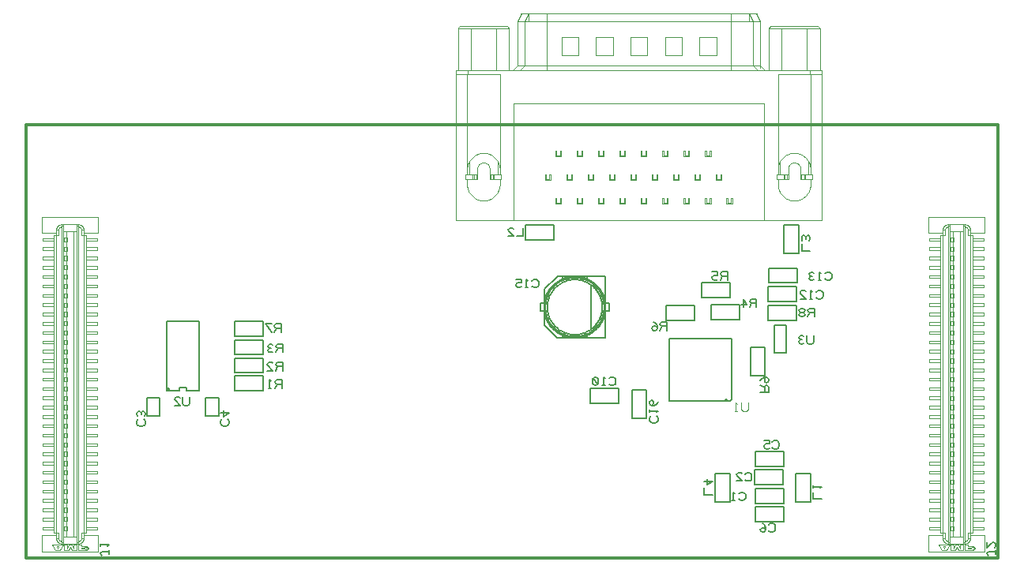
<source format=gbr>
G04 GENERATED BY PULSONIX 10.0 GERBER.DLL 7250*
G04 #@! TF.GenerationSoftware,Pulsonix,Pulsonix,10.0.7250*
G04 #@! TF.CreationDate,2019-09-23T08:44:44--1:00*
G04 #@! TF.Part,Single*
%FSLAX25Y25*%
%LPD*%
%MOIN*%
G04 #@! TF.FileFunction,Legend,Bot*
G04 #@! TF.FilePolarity,Positive*
%ADD86C,0.00500*%
G04 #@! TA.AperFunction,NonMaterial*
%ADD89C,0.00500*%
%ADD92C,0.00787*%
G04 #@! TD.AperFunction*
%ADD93C,0.00492*%
G04 #@! TA.AperFunction,Profile*
%ADD117C,0.01200*%
G04 #@! TA.AperFunction,NonMaterial*
%ADD119C,0.00001*%
X0Y0D02*
D02*
D86*
X32101Y936D02*
X31806Y1230D01*
X31512Y1819*
X31806Y2407*
X32101Y2701*
X35042*
Y3289*
Y2701D02*
X35042Y1524D01*
X31512Y4924D02*
X31512Y6101D01*
Y5513D02*
X35042Y5513D01*
X34453Y4924*
X47455Y58483D02*
X47161Y58189D01*
X46867Y57601*
Y56719*
X47161Y56130*
X47455Y55836*
X48043Y55542*
X49220*
X49808Y55836*
X50102Y56130*
X50396Y56719*
Y57601*
X50102Y58189*
X49808Y58483*
X47161Y59886D02*
X46867Y60474D01*
Y61063*
X47161Y61651*
X47749Y61945*
X48337Y61651*
X48631Y61063*
Y60474*
Y61063D02*
X48925Y61651D01*
X49514Y61945*
X50102Y61651*
X50396Y61063*
Y60474*
X50102Y59886*
X69094Y67994D02*
X69094Y65347D01*
X68800Y64759*
X68212Y64465*
X67036*
X66447Y64759*
X66153Y65347*
Y67994*
X62692Y64465D02*
X65044Y64465D01*
X62986Y66524*
X62692Y67112*
X62986Y67700*
X63574Y67994*
X64456*
X65044Y67700*
X82691Y58680D02*
X82397Y58386D01*
X82103Y57798*
Y56915*
X82397Y56327*
X82691Y56033*
X83279Y55739*
X84456*
X85044Y56033*
X85338Y56327*
X85632Y56915*
Y57798*
X85338Y58386*
X85044Y58680*
X82103Y61260D02*
X85632Y61260D01*
X83279Y59789*
Y62142*
X108119Y71650D02*
X108119Y75179D01*
X106060*
X105472Y74885*
X105178Y74297*
X105472Y73709*
X106060Y73415*
X108119*
X106060D02*
X105178Y71650D01*
X103481D02*
X102305Y71650D01*
X102893D02*
X102893Y75179D01*
X103481Y74591*
X108316Y79130D02*
X108316Y82660D01*
X106257*
X105669Y82366*
X105375Y81777*
X105669Y81189*
X106257Y80895*
X108316*
X106257D02*
X105375Y79130D01*
X101913D02*
X104266Y79130D01*
X102207Y81189*
X101913Y81777*
X102207Y82366*
X102796Y82660*
X103678*
X104266Y82366*
X108513Y86808D02*
X108513Y90337D01*
X106454*
X105866Y90043*
X105572Y89455*
X105866Y88866*
X106454Y88572*
X108513*
X106454D02*
X105572Y86808D01*
X104169Y87102D02*
X103581Y86808D01*
X102992*
X102404Y87102*
X102110Y87690*
X102404Y88278*
X102992Y88572*
X103581*
X102992D02*
X102404Y88866D01*
X102110Y89455*
X102404Y90043*
X102992Y90337*
X103581*
X104169Y90043*
X107677Y95371D02*
X107677Y98900D01*
X105618*
X105030Y98606*
X104736Y98018*
X105030Y97429*
X105618Y97135*
X107677*
X105618D02*
X104736Y95371D01*
X103627D02*
X101274Y98900D01*
X103627*
X209891Y139353D02*
X209891Y135823D01*
X206950*
X203488D02*
X205841Y135823D01*
X203782Y137882*
X203488Y138470*
X203782Y139059*
X204370Y139353*
X205253*
X205841Y139059*
X213516Y114778D02*
X213810Y114484D01*
X214398Y114190*
X215280*
X215869Y114484*
X216163Y114778*
X216457Y115366*
Y116543*
X216163Y117131*
X215869Y117425*
X215280Y117719*
X214398*
X213810Y117425*
X213516Y117131*
X211819Y114190D02*
X210642Y114190D01*
X211230D02*
X211230Y117719D01*
X211819Y117131*
X209007Y114484D02*
X208419Y114190D01*
X207536*
X206948Y114484*
X206654Y115072*
Y115366*
X206948Y115954*
X207536Y116249*
X209007*
Y117719*
X206654*
X245976Y73459D02*
X246270Y73165D01*
X246859Y72871*
X247741*
X248329Y73165*
X248623Y73459*
X248917Y74047*
Y75223*
X248623Y75812*
X248329Y76106*
X247741Y76400*
X246859*
X246270Y76106*
X245976Y75812*
X244279Y72871D02*
X243103Y72871D01*
X243691D02*
X243691Y76400D01*
X244279Y75812*
X241173Y73165D02*
X240585Y72871D01*
X239997*
X239409Y73165*
X239114Y73753*
Y75518*
X239409Y76106*
X239997Y76400*
X240585*
X241173Y76106*
X241467Y75518*
Y73753*
X241173Y73165*
X239409Y76106*
X263715Y59831D02*
X263421Y59537D01*
X263126Y58949*
Y58066*
X263421Y57478*
X263715Y57184*
X264303Y56890*
X265479*
X266068Y57184*
X266362Y57478*
X266656Y58066*
Y58949*
X266362Y59537*
X266068Y59831*
X263126Y61528D02*
X263126Y62704D01*
Y62116D02*
X266656Y62116D01*
X266068Y61528*
X264009Y64340D02*
X264597Y64634D01*
X264891Y65222*
Y65810*
X264597Y66399*
X264009Y66693*
X263421Y66399*
X263126Y65810*
Y65222*
X263421Y64634*
X264009Y64340*
X264891*
X265774Y64634*
X266362Y65222*
X266656Y65810*
X270442Y96079D02*
X270442Y99609D01*
X268383*
X267795Y99314*
X267501Y98726*
X267795Y98138*
X268383Y97844*
X270442*
X268383D02*
X267501Y96079D01*
X266392Y96962D02*
X266098Y97550D01*
X265510Y97844*
X264922*
X264333Y97550*
X264039Y96962*
X264333Y96373*
X264922Y96079*
X265510*
X266098Y96373*
X266392Y96962*
Y97844*
X266098Y98726*
X265510Y99314*
X264922Y99609*
X289766Y26802D02*
X286237Y26802D01*
Y29743*
Y32323D02*
X289766Y32323D01*
X287413Y30852*
Y33205*
X295965Y117359D02*
X295965Y120888D01*
X293906*
X293318Y120594*
X293024Y120006*
X293318Y119418*
X293906Y119123*
X295965*
X293906D02*
X293024Y117359D01*
X291915Y117653D02*
X291326Y117359D01*
X290444*
X289856Y117653*
X289562Y118241*
Y118535*
X289856Y119123*
X290444Y119418*
X291915*
Y120888*
X289562*
X300769Y24817D02*
X301063Y24523D01*
X301651Y24229*
X302533*
X303122Y24523*
X303416Y24817*
X303710Y25405*
Y26582*
X303416Y27170*
X303122Y27464*
X302533Y27758*
X301651*
X301063Y27464*
X300769Y27170*
X299072Y24229D02*
X297895Y24229D01*
X298483D02*
X298483Y27758D01*
X299072Y27170*
X303328Y33085D02*
X303622Y32791D01*
X304210Y32497*
X305092*
X305681Y32791*
X305975Y33085*
X306269Y33673*
Y34849*
X305975Y35438*
X305681Y35732*
X305092Y36026*
X304210*
X303622Y35732*
X303328Y35438*
X299866Y32497D02*
X302219Y32497D01*
X300160Y34555*
X299866Y35144*
X300160Y35732*
X300748Y36026*
X301631*
X302219Y35732*
X308268Y105804D02*
X308268Y109333D01*
X306209*
X305621Y109039*
X305327Y108451*
X305621Y107862*
X306209Y107568*
X308268*
X306209D02*
X305327Y105804D01*
X302747D02*
X302747Y109333D01*
X304218Y106980*
X301865*
X313308Y11530D02*
X313602Y11236D01*
X314190Y10941*
X315073*
X315661Y11236*
X315955Y11530*
X316249Y12118*
Y13294*
X315955Y13883*
X315661Y14177*
X315073Y14471*
X314190*
X313602Y14177*
X313308Y13883*
X312199Y11824D02*
X311905Y12412D01*
X311317Y12706*
X310729*
X310140Y12412*
X309846Y11824*
X310140Y11236*
X310729Y10941*
X311317*
X311905Y11236*
X312199Y11824*
Y12706*
X311905Y13588*
X311317Y14177*
X310729Y14471*
X314942Y46667D02*
X315236Y46373D01*
X315824Y46079*
X316707*
X317295Y46373*
X317589Y46667*
X317883Y47256*
Y48432*
X317589Y49020*
X317295Y49314*
X316707Y49609*
X315824*
X315236Y49314*
X314942Y49020*
X313833Y46373D02*
X313245Y46079D01*
X312362*
X311774Y46373*
X311480Y46962*
Y47256*
X311774Y47844*
X312362Y48138*
X313833*
Y49609*
X311480*
X309859Y69912D02*
X313388Y69912D01*
Y71971*
X313094Y72559*
X312506Y72853*
X311918Y72559*
X311623Y71971*
Y69912*
Y71971D02*
X309859Y72853D01*
Y74845D02*
X310153Y75433D01*
X310741Y76021*
X311623Y76315*
X312506*
X313094Y76021*
X313388Y75433*
Y74845*
X313094Y74256*
X312506Y73962*
X311918Y74256*
X311623Y74845*
Y75433*
X311918Y76021*
X312506Y76315*
X333499Y110053D02*
X333794Y109759D01*
X334382Y109465*
X335264*
X335852Y109759*
X336146Y110053*
X336441Y110641*
Y111818*
X336146Y112406*
X335852Y112700*
X335264Y112994*
X334382*
X333794Y112700*
X333499Y112406*
X331802Y109465D02*
X330626Y109465D01*
X331214D02*
X331214Y112994D01*
X331802Y112406*
X326638Y109465D02*
X328991Y109465D01*
X326932Y111524*
X326638Y112112*
X326932Y112700*
X327520Y112994*
X328402*
X328991Y112700*
X330829Y129764D02*
X327300Y129764D01*
Y132705*
X327594Y134108D02*
X327300Y134696D01*
Y135284*
X327594Y135872*
X328182Y136167*
X328770Y135872*
X329064Y135284*
Y134696*
Y135284D02*
X329359Y135872D01*
X329947Y136167*
X330535Y135872*
X330829Y135284*
Y134696*
X330535Y134108*
X335750Y24842D02*
X332221Y24842D01*
Y27784*
Y29481D02*
X332221Y30657D01*
Y30069D02*
X335750Y30069D01*
X335162Y29481*
X332480Y93979D02*
X332480Y91332D01*
X332186Y90743*
X331598Y90449*
X330421*
X329833Y90743*
X329539Y91332*
Y93979*
X328136Y90743D02*
X327548Y90449D01*
X326960*
X326371Y90743*
X326077Y91332*
X326371Y91920*
X326960Y92214*
X327548*
X326960D02*
X326371Y92508D01*
X326077Y93096*
X326371Y93685*
X326960Y93979*
X327548*
X328136Y93685*
X332677Y101867D02*
X332677Y105396D01*
X330618*
X330030Y105102*
X329736Y104514*
X330030Y103925*
X330618Y103631*
X332677*
X330618D02*
X329736Y101867D01*
X327745Y103631D02*
X327157Y103631D01*
X326568Y103925*
X326274Y104514*
X326568Y105102*
X327157Y105396*
X327745*
X328333Y105102*
X328627Y104514*
X328333Y103925*
X327745Y103631*
X328333Y103337*
X328627Y102749*
X328333Y102161*
X327745Y101867*
X327157*
X326568Y102161*
X326274Y102749*
X326568Y103337*
X327157Y103631*
X337216Y117809D02*
X337510Y117515D01*
X338099Y117221*
X338981*
X339569Y117515*
X339863Y117809*
X340157Y118397*
Y119574*
X339863Y120162*
X339569Y120456*
X338981Y120750*
X338099*
X337510Y120456*
X337216Y120162*
X335519Y117221D02*
X334343Y117221D01*
X334931D02*
X334931Y120750D01*
X335519Y120162*
X332413Y117515D02*
X331825Y117221D01*
X331237*
X330649Y117515*
X330355Y118103*
X330649Y118692*
X331237Y118986*
X331825*
X331237D02*
X330649Y119280D01*
X330355Y119868*
X330649Y120456*
X331237Y120750*
X331825*
X332413Y120456*
X406116Y936D02*
X405822Y1230D01*
X405528Y1819*
X405822Y2407*
X406116Y2701*
X409057*
Y3289*
Y2701D02*
X409057Y1524D01*
X405528Y6689D02*
X405528Y4336D01*
X407587Y6395*
X408175Y6689*
X408763Y6395*
X409057Y5807*
Y4924*
X408763Y4336*
D02*
D89*
X56595Y67780D02*
Y59818D01*
X51121*
Y67780*
X56595*
X59945Y70685D02*
X59826Y70699D01*
X59714Y70742*
X59616Y70810*
X59537Y70899*
X59481Y71005*
X59452Y71121*
Y71241*
X59481Y71357*
X59537Y71463*
X59616Y71552*
X59714Y71620*
X59826Y71662*
X59945Y71677*
X60064Y71662*
X60175Y71620*
X60274Y71552*
X60353Y71463*
X60409Y71357*
X60437Y71241*
Y71121*
X60409Y71005*
X60353Y70899*
X60274Y70810*
X60175Y70742*
X60064Y70699*
X59945Y70685*
X59449Y71185D02*
X60441D01*
X73071Y70473D02*
Y100039D01*
X59449*
Y70473*
X64784*
Y71949*
X67736*
Y70473*
X73071*
X81398Y67780D02*
Y59818D01*
X75924*
Y67780*
X81398*
X88086Y76973D02*
X100102D01*
Y70665*
X88086*
Y76973*
Y84453D02*
X100102D01*
Y78145*
X88086*
Y84453*
Y92130D02*
X100102D01*
Y85822*
X88086*
Y92130*
X100024Y93519D02*
X88008D01*
Y99827*
X100024*
Y93519*
X210921Y140556D02*
X222937D01*
Y134248*
X210921*
Y140556*
X218622Y107500D02*
X217244D01*
Y104350*
X218622*
Y111043D02*
X219672D01*
X219436Y110450*
X219229Y109845*
X219051Y109231*
X218905Y108610*
X218789Y107981*
X218704Y107348*
X218651Y106711*
X218629Y106073*
X218638Y105434*
X218679Y104796*
X218752Y104161*
X218855Y103531*
X218990Y102906*
X219155Y102289*
X219350Y101681*
X219575Y101083*
X219829Y100496*
X220112Y99923*
X220423Y99365*
X220760Y98823*
X221124Y98298*
X221514Y97791*
X221928Y97305*
X222365Y96839*
X222825Y96395*
X223307Y95975*
X223808Y95579*
X224328Y95208*
X224866Y94863*
X225420Y94545*
X225989Y94255*
X226572Y93993*
X227167Y93760*
X227773Y93557*
X228388Y93384*
X229011Y93241*
X229640Y93129*
X230274Y93049*
X230911Y93000*
X231549Y92982*
X232188Y92995*
X232826Y93040*
X233460Y93117*
X234090Y93224*
X234713Y93363*
X235330Y93532*
X235937Y93731*
X236533Y93960*
X237118Y94218*
X237689Y94505*
X238245Y94819*
X238785Y95160*
X239308Y95528*
X239812Y95920*
X240296Y96338*
X240759Y96778*
X241199Y97241*
X241616Y97725*
X242009Y98229*
X242377Y98751*
X242718Y99291*
X243033Y99848*
X243319Y100419*
X243577Y101003*
X243806Y101600*
X244006Y102207*
X244175Y102823*
X244313Y103447*
X244421Y104076*
X244497Y104711*
X244543Y105348*
X244556Y105987*
X244539Y106625*
X244489Y107263*
X244409Y107896*
X244297Y108525*
X244155Y109148*
X243981Y109763*
X243778Y110369*
X243546Y110964*
X243284Y111547*
X242994Y112116*
X242676Y112671*
X242331Y113208*
X241960Y113729*
X241564Y114230*
X241144Y114711*
X240700Y115171*
X240235Y115609*
X239748Y116023*
X239242Y116413*
X238717Y116777*
X238174Y117115*
X237616Y117425*
X237043Y117708*
X236457Y117962*
X235859Y118188*
X235251Y118383*
X234633Y118548*
X234009Y118683*
X233378Y118786*
X232743Y118859*
X232106Y118900*
X231467Y118909*
X230828Y118887*
X230192Y118834*
X229558Y118749*
X228930Y118633*
X228308Y118487*
X227694Y118310*
X227090Y118103*
X226496Y117866*
Y118917*
X224296*
X224195Y118904*
X224100Y118865*
X224018Y118802*
X218737Y113521*
X218675Y113439*
X218636Y113344*
X218622Y113242*
Y98608*
X218636Y98506*
X218675Y98412*
X218737Y98330*
X224018Y93048*
X224100Y92986*
X224195Y92946*
X224297Y92933*
X244212*
X244314Y92947*
X244409Y92986*
X244491Y93049*
X244554Y93130*
X244593Y93225*
X244606Y93327*
Y111043*
X226496Y92933D02*
Y93984D01*
X227090Y93748*
X227694Y93541*
X228308Y93364*
X228930Y93217*
X229559Y93101*
X230192Y93017*
X230829Y92963*
X231467Y92941*
X232106Y92951*
X232744Y92992*
X233378Y93064*
X234009Y93168*
X234633Y93302*
X235251Y93468*
X235859Y93663*
X236457Y93888*
X237043Y94142*
X237616Y94425*
X238174Y94736*
X238717Y95074*
X239242Y95438*
X239748Y95828*
X240235Y96242*
X240700Y96679*
X241144Y97139*
X241564Y97620*
X241960Y98122*
X242331Y98642*
X242676Y99180*
X242994Y99734*
X243284Y100303*
X243546Y100886*
X243778Y101481*
X243981Y102087*
X244154Y102702*
X244297Y103325*
X244409Y103954*
X244489Y104588*
X244538Y105225*
X244556Y105864*
X244543Y106502*
X244497Y107140*
X244421Y107774*
X244313Y108404*
X244175Y109028*
X244005Y109644*
X243806Y110251*
X243577Y110847*
X243319Y111432*
X243033Y112003*
X242718Y112559*
X242377Y113099*
X242009Y113622*
X241616Y114126*
X241199Y114610*
X240759Y115072*
X240296Y115513*
X239812Y115930*
X239308Y116323*
X238785Y116690*
X238245Y117032*
X237689Y117346*
X237118Y117632*
X236533Y117890*
X235937Y118119*
X235330Y118318*
X234713Y118487*
X234090Y118626*
X233460Y118734*
X232826Y118810*
X232188Y118855*
X231549Y118869*
X230911Y118851*
X230274Y118801*
X229640Y118721*
X229011Y118609*
X228388Y118466*
X227773Y118293*
X227167Y118090*
X226572Y117857*
X225989Y117595*
X225420Y117305*
X224866Y116987*
X224328Y116642*
X223808Y116271*
X223307Y115875*
X222825Y115455*
X222366Y115011*
X221928Y114546*
X221514Y114059*
X221125Y113553*
X220760Y113028*
X220423Y112485*
X220112Y111927*
X219829Y111354*
X219575Y110768*
X219350Y110170*
X219155Y109561*
X218990Y108944*
X218855Y108320*
X218752Y107689*
X218679Y107054*
X218638Y106417*
X218629Y105778*
X218651Y105139*
X218704Y104503*
X218789Y103869*
X218905Y103241*
X219052Y102619*
X219229Y102005*
X219436Y101401*
X219672Y100807*
X218622*
X226496Y118917D02*
X244212D01*
X244314Y118904*
X244409Y118864*
X244491Y118802*
X244554Y118720*
X244593Y118625*
X244606Y118523*
Y111043*
X243555*
X243792Y110450*
X243999Y109845*
X244176Y109231*
X244323Y108609*
X244438Y107981*
X244523Y107348*
X244576Y106711*
X244598Y106073*
X244589Y105434*
X244548Y104796*
X244475Y104161*
X244372Y103531*
X244237Y102906*
X244072Y102289*
X243877Y101681*
X243652Y101083*
X243397Y100496*
X243114Y99924*
X242804Y99365*
X242466Y98823*
X242102Y98298*
X241712Y97792*
X241298Y97305*
X240860Y96839*
X240400Y96396*
X239919Y95976*
X239418Y95580*
X238898Y95209*
X238360Y94864*
X237805Y94546*
X237236Y94256*
X236653Y93994*
X236058Y93761*
X235452Y93558*
X234837Y93385*
X234215Y93243*
X233586Y93131*
X232952Y93050*
X232315Y93001*
X231676Y92984*
X231037Y92997*
X230400Y93042*
X229766Y93119*
X229136Y93227*
X228512Y93365*
X227896Y93534*
X227289Y93734*
X226692Y93963*
X226108Y94221*
X225537Y94507*
X224981Y94822*
X224440Y95163*
X223918Y95531*
X223414Y95923*
X222930Y96341*
X222467Y96781*
X222027Y97244*
X221610Y97728*
X221217Y98232*
X220849Y98755*
X220508Y99295*
X220194Y99851*
X219907Y100422*
X219649Y101007*
X219421Y101603*
X219221Y102210*
X219052Y102826*
X218914Y103450*
X218806Y104080*
X218730Y104714*
X218685Y105352*
X218671Y105990*
X218689Y106629*
X218738Y107266*
X218819Y107900*
X218931Y108529*
X219073Y109152*
X219246Y109767*
X219450Y110373*
X219682Y110968*
X219944Y111550*
X220235Y112120*
X220553Y112674*
X220897Y113212*
X221268Y113732*
X221665Y114233*
X222085Y114714*
X222528Y115174*
X222994Y115612*
X223481Y116026*
X223987Y116415*
X224512Y116779*
X225055Y117117*
X225613Y117428*
X226186Y117710*
X226772Y117965*
X227370Y118190*
X227978Y118385*
X228596Y118550*
X229220Y118684*
X229851Y118788*
X230485Y118860*
X231123Y118901*
X231762Y118911*
X232400Y118889*
X233037Y118835*
X233670Y118750*
X234299Y118635*
X234921Y118488*
X235535Y118311*
X236139Y118104*
X236732Y117867*
Y118917*
X231614Y93523D02*
X230996Y93539D01*
X230380Y93585*
X229766Y93662*
X229157Y93769*
X228554Y93907*
X227959Y94074*
X227373Y94271*
X226797Y94497*
X226233Y94751*
X225683Y95033*
X225148Y95343*
X224628Y95678*
X224126Y96039*
X223643Y96425*
X223179Y96834*
X222736Y97266*
X222316Y97719*
X221918Y98193*
X221545Y98686*
X221196Y99196*
X220874Y99724*
X220578Y100267*
X220310Y100824*
X220070Y101394*
X219858Y101975*
X219676Y102566*
X219523Y103165*
X219401Y103772*
X219309Y104383*
X219247Y104998*
X219216Y105616*
Y106234*
X219247Y106852*
X219309Y107467*
X219401Y108079*
X219523Y108685*
X219676Y109284*
X219858Y109875*
X220070Y110456*
X220310Y111026*
X220578Y111583*
X220874Y112126*
X221196Y112654*
X221545Y113165*
X221918Y113658*
X222316Y114131*
X222736Y114585*
X223179Y115016*
X223643Y115426*
X224126Y115811*
X224628Y116172*
X225148Y116508*
X225683Y116817*
X226233Y117099*
X226797Y117353*
X227373Y117579*
X227959Y117776*
X228554Y117944*
X229157Y118081*
X229766Y118189*
X230380Y118265*
X230996Y118312*
X231614Y118327*
Y93523D02*
X232233Y93539D01*
X232849Y93585*
X233463Y93662*
X234072Y93769*
X234675Y93907*
X235270Y94074*
X235856Y94271*
X236432Y94497*
X236996Y94751*
X237546Y95033*
X238081Y95343*
X238601Y95678*
X239103Y96039*
X239586Y96425*
X240050Y96834*
X240493Y97266*
X240913Y97719*
X241311Y98193*
X241684Y98686*
X242032Y99196*
X242355Y99724*
X242651Y100267*
X242919Y100824*
X243159Y101394*
X243371Y101975*
X243553Y102566*
X243706Y103165*
X243828Y103772*
X243920Y104383*
X243982Y104998*
X244013Y105616*
Y106234*
X243982Y106852*
X243920Y107467*
X243828Y108079*
X243706Y108685*
X243553Y109284*
X243371Y109875*
X243159Y110456*
X242919Y111026*
X242651Y111583*
X242355Y112126*
X242033Y112654*
X241684Y113165*
X241311Y113658*
X240913Y114131*
X240493Y114585*
X240050Y115016*
X239586Y115426*
X239103Y115811*
X238601Y116172*
X238081Y116508*
X237546Y116817*
X236996Y117099*
X236432Y117353*
X235856Y117579*
X235270Y117776*
X234675Y117944*
X234072Y118081*
X233463Y118189*
X232849Y118265*
X232233Y118312*
X231614Y118327*
Y94311D02*
X231017Y94327D01*
X230420Y94373*
X229827Y94450*
X229239Y94557*
X228657Y94694*
X228082Y94861*
X227518Y95058*
X226964Y95283*
X226422Y95537*
X225894Y95818*
X225381Y96126*
X224885Y96459*
X224407Y96818*
X223947Y97202*
X223509Y97608*
X223091Y98036*
X222696Y98485*
X222325Y98954*
X221979Y99442*
X221658Y99946*
X221363Y100467*
X221096Y101002*
X220856Y101550*
X220645Y102110*
X220463Y102679*
X220311Y103258*
X220189Y103843*
X220097Y104434*
X220035Y105029*
X220004Y105626*
Y106224*
X220035Y106822*
X220097Y107417*
X220189Y108007*
X220311Y108593*
X220463Y109171*
X220645Y109741*
X220856Y110301*
X221096Y110849*
X221363Y111384*
X221658Y111904*
X221979Y112409*
X222325Y112896*
X222696Y113365*
X223091Y113814*
X223509Y114243*
X223948Y114649*
X224407Y115032*
X224885Y115391*
X225381Y115725*
X225894Y116033*
X226422Y116314*
X226964Y116567*
X227518Y116793*
X228083Y116989*
X228657Y117156*
X229239Y117294*
X229827Y117401*
X230421Y117478*
X231017Y117524*
X231614Y117539*
Y118327D02*
Y117539D01*
X232212Y117524*
X232809Y117478*
X233402Y117401*
X233990Y117294*
X234572Y117156*
X235146Y116989*
X235711Y116793*
X236265Y116567*
X236807Y116314*
X237335Y116033*
X237848Y115725*
X238344Y115391*
X238822Y115032*
X239282Y114649*
X239720Y114243*
X240138Y113814*
X240533Y113365*
X240904Y112896*
X241250Y112409*
X241571Y111904*
X241866Y111383*
X242133Y110849*
X242373Y110300*
X242584Y109741*
X242766Y109171*
X242918Y108593*
X243040Y108007*
X243132Y107416*
X243194Y106821*
X243225Y106224*
Y105626*
X243194Y105029*
X243132Y104434*
X243040Y103843*
X242918Y103257*
X242766Y102679*
X242584Y102109*
X242373Y101550*
X242133Y101002*
X241866Y100467*
X241571Y99946*
X241250Y99442*
X240904Y98954*
X240533Y98485*
X240138Y98036*
X239720Y97608*
X239281Y97201*
X238822Y96818*
X238344Y96459*
X237848Y96125*
X237335Y95818*
X236807Y95536*
X236265Y95283*
X235711Y95058*
X235146Y94861*
X234572Y94694*
X233990Y94557*
X233402Y94449*
X232808Y94373*
X232212Y94327*
X231614Y94311*
Y93523*
X238507Y96578D02*
X238539Y115249D01*
X239013Y114877*
X239467Y114481*
X239900Y114063*
X240310Y113622*
X240697Y113161*
X241060Y112680*
X241397Y112181*
X241708Y111665*
X241991Y111134*
X242247Y110589*
X242475Y110031*
X242673Y109462*
X242841Y108884*
X242979Y108298*
X243087Y107705*
X243164Y107108*
X243209Y106508*
X243224Y105906*
X243207Y105304*
X243160Y104703*
X243081Y104106*
X242971Y103514*
X242831Y102928*
X242661Y102351*
X242461Y101783*
X242231Y101226*
X241974Y100682*
X241688Y100151*
X241375Y99637*
X241036Y99139*
X240672Y98659*
X240284Y98199*
X239872Y97760*
X239438Y97343*
X238982Y96948*
X238507Y96578*
X244606Y100807D02*
X243555D01*
X243792Y101401*
X243999Y102005*
X244176Y102619*
X244323Y103241*
X244438Y103869*
X244523Y104503*
X244576Y105139*
X244598Y105778*
X244589Y106417*
X244548Y107054*
X244475Y107689*
X244372Y108320*
X244237Y108944*
X244072Y109561*
X243877Y110170*
X243652Y110768*
X243397Y111354*
X243114Y111927*
X242804Y112485*
X242466Y113027*
X242102Y113552*
X241712Y114059*
X241298Y114545*
X240860Y115011*
X240400Y115454*
X239919Y115875*
X239418Y116271*
X238898Y116642*
X238360Y116986*
X237805Y117304*
X237236Y117594*
X236653Y117856*
X236058Y118089*
X235452Y118292*
X234837Y118465*
X234215Y118608*
X233586Y118719*
X232952Y118800*
X232315Y118849*
X231676Y118867*
X231037Y118853*
X230400Y118808*
X229766Y118731*
X229136Y118624*
X228512Y118485*
X227896Y118316*
X227289Y118117*
X226692Y117888*
X226108Y117630*
X225537Y117343*
X224981Y117029*
X224440Y116687*
X223918Y116320*
X223414Y115927*
X222930Y115510*
X222467Y115069*
X222027Y114606*
X221610Y114122*
X221217Y113618*
X220849Y113096*
X220508Y112556*
X220194Y111999*
X219907Y111428*
X219649Y110844*
X219421Y110247*
X219221Y109640*
X219052Y109024*
X218914Y108400*
X218806Y107770*
X218730Y107136*
X218685Y106499*
X218671Y105860*
X218689Y105221*
X218738Y104584*
X218819Y103951*
X218931Y103321*
X219073Y102699*
X219246Y102084*
X219450Y101478*
X219682Y100883*
X219944Y100300*
X220235Y99731*
X220553Y99177*
X220897Y98639*
X221268Y98119*
X221665Y97617*
X222085Y97136*
X222528Y96676*
X222994Y96239*
X223481Y95825*
X223987Y95435*
X224512Y95071*
X225055Y94733*
X225613Y94423*
X226186Y94140*
X226772Y93886*
X227370Y93661*
X227978Y93466*
X228596Y93300*
X229220Y93166*
X229851Y93063*
X230485Y92990*
X231123Y92949*
X231762Y92940*
X232400Y92962*
X233037Y93015*
X233670Y93100*
X234299Y93216*
X234921Y93362*
X235535Y93540*
X236139Y93747*
X236732Y93983*
Y92933*
X244606Y107500D02*
X245984D01*
Y104350*
X244606*
X250024Y65370D02*
X238008D01*
Y71678*
X250024*
Y65370*
X255626Y58972D02*
Y70988D01*
X261934*
Y58972*
X255626*
X270094Y106717D02*
X282110D01*
Y100409*
X270094*
Y106717*
X290665Y23736D02*
Y35752D01*
X296973*
Y23736*
X290665*
X297071Y109858D02*
X285055D01*
Y116166*
X297071*
Y109858*
X301008Y100606D02*
X288992D01*
Y106914*
X301008*
Y100606*
X307496Y37229D02*
X319512D01*
Y30921*
X307496*
Y37229*
X307693Y21678D02*
X319709D01*
Y15370*
X307693*
Y21678*
Y29355D02*
X319709D01*
Y23047*
X307693*
Y29355*
Y44906D02*
X319709D01*
Y38598*
X307693*
Y44906*
X311934Y89099D02*
Y77083D01*
X305626*
Y89099*
X311934*
X313205Y114591D02*
X325221D01*
Y108283*
X313205*
Y114591*
X319799Y128657D02*
Y140673D01*
X326107*
Y128657*
X319799*
X320871Y98210D02*
Y86478D01*
X315629*
Y98210*
X320871*
X324720Y23736D02*
Y35752D01*
X331028*
Y23736*
X324720*
X325221Y100409D02*
X313205D01*
Y106717*
X325221*
Y100409*
X325417Y116157D02*
X313401D01*
Y122465*
X325417*
Y116157*
D02*
D92*
X295835Y66602D02*
X295820Y66488D01*
X295776Y66382*
X295705Y66291*
X295614Y66221*
X295508Y66176*
X295394Y66161*
X295280Y66176*
X295173Y66221*
X295082Y66291*
X295012Y66382*
X294968Y66488*
X294953Y66602*
X294968Y66716*
X295012Y66823*
X295082Y66914*
X295173Y66984*
X295280Y67028*
X295394Y67043*
X295508Y67028*
X295614Y66984*
X295705Y66914*
X295776Y66823*
X295820Y66716*
X295835Y66602*
X294953D02*
X295835D01*
X297756Y92539D02*
X271378D01*
Y66161*
X296969*
X297756Y66949*
Y92539*
D02*
D93*
X304724Y65563D02*
X304724Y62957D01*
X304435Y62378*
X303856Y62089*
X302698*
X302119Y62378*
X301830Y62957*
Y65563*
X300159Y62089D02*
X299001Y62089D01*
X299580D02*
X299580Y65563D01*
X300159Y64984*
D02*
D117*
X0Y182874D02*
X410236D01*
Y0*
X0*
Y182874*
D02*
D119*
X6713Y9685D02*
Y2795D01*
Y144134D02*
Y137244D01*
X7191Y11850D02*
Y13031D01*
Y15787D02*
Y16969D01*
Y19724D02*
Y20906D01*
Y23661D02*
Y24843D01*
Y27598D02*
Y28780D01*
Y31535D02*
Y32717D01*
Y35472D02*
Y36654D01*
Y39409D02*
Y40591D01*
Y43346D02*
Y44528D01*
Y47283D02*
Y48465D01*
Y51220D02*
Y52402D01*
Y55157D02*
Y56339D01*
Y59094D02*
Y60276D01*
Y63031D02*
Y64213D01*
Y66969D02*
Y68150D01*
Y70906D02*
Y72087D01*
Y74843D02*
Y76024D01*
Y78780D02*
Y79961D01*
Y82717D02*
Y83898D01*
Y86654D02*
Y87835D01*
Y90591D02*
Y91772D01*
Y94528D02*
Y95709D01*
Y98465D02*
Y99646D01*
Y102402D02*
Y103583D01*
Y106339D02*
Y107520D01*
Y110276D02*
Y111457D01*
Y114213D02*
Y115394D01*
Y118150D02*
Y119331D01*
Y122087D02*
Y123268D01*
Y126024D02*
Y127205D01*
Y129961D02*
Y131142D01*
Y133898D02*
Y135079D01*
X11043Y5748D02*
X12676D01*
X11831Y10472D02*
Y136457D01*
Y10472D02*
X12815D01*
X11831Y11850D02*
X7191D01*
X11831Y13031D02*
X7191D01*
X11831Y15787D02*
X7191D01*
X11831Y16969D02*
X7191D01*
X11831Y19724D02*
X7191D01*
X11831Y20906D02*
X7191D01*
X11831Y23661D02*
X7191D01*
X11831Y24843D02*
X7191D01*
X11831Y27598D02*
X7191D01*
X11831Y28780D02*
X7191D01*
X11831Y31535D02*
X7191D01*
X11831Y32717D02*
X7191D01*
X11831Y35472D02*
X7191D01*
X11831Y36654D02*
X7191D01*
X11831Y39409D02*
X7191D01*
X11831Y40591D02*
X7191D01*
X11831Y43346D02*
X7191D01*
X11831Y44528D02*
X7191D01*
X11831Y47283D02*
X7191D01*
X11831Y48465D02*
X7191D01*
X11831Y51220D02*
X7191D01*
X11831Y52402D02*
X7191D01*
X11831Y55157D02*
X7191D01*
X11831Y56339D02*
X7191D01*
X11831Y59094D02*
X7191D01*
X11831Y60276D02*
X7191D01*
X11831Y63031D02*
X7191D01*
X11831Y64213D02*
X7191D01*
X11831Y66969D02*
X7191D01*
X11831Y68150D02*
X7191D01*
X11831Y70906D02*
X7191D01*
X11831Y72087D02*
X7191D01*
X11831Y74843D02*
X7191D01*
X11831Y76024D02*
X7191D01*
X11831Y78780D02*
X7191D01*
X11831Y79961D02*
X7191D01*
X11831Y82717D02*
X7191D01*
X11831Y83898D02*
X7191D01*
X11831Y86654D02*
X7191D01*
X11831Y87835D02*
X7191D01*
X11831Y90591D02*
X7191D01*
X11831Y91772D02*
X7191D01*
X11831Y94528D02*
X7191D01*
X11831Y95709D02*
X7191D01*
X11831Y98465D02*
X7191D01*
X11831Y99646D02*
X7191D01*
X11831Y102402D02*
X7191D01*
X11831Y103583D02*
X7191D01*
X11831Y106339D02*
X7191D01*
X11831Y107520D02*
X7191D01*
X11831Y110276D02*
X7191D01*
X11831Y111457D02*
X7191D01*
X11831Y114213D02*
X7191D01*
X11831Y115394D02*
X7191D01*
X11831Y118150D02*
X7191D01*
X11831Y119331D02*
X7191D01*
X11831Y122087D02*
X7191D01*
X11831Y123268D02*
X7191D01*
X11831Y126024D02*
X7191D01*
X11831Y127205D02*
X7191D01*
X11831Y129961D02*
X7191D01*
X11831Y131142D02*
X7191D01*
X11831Y133898D02*
X7191D01*
X11831Y135079D02*
X7191D01*
X12484Y3150D02*
X11043Y5748D01*
X12676D02*
X12805Y5472D01*
X14123*
X12815Y10472D02*
Y136457D01*
X11831*
X12815D02*
X13858D01*
X12874Y8268D02*
Y10472D01*
Y9685D02*
X6713D01*
X12874Y136457D02*
Y138661D01*
Y137244D02*
X6713D01*
X12874Y138661D02*
X12888Y138904D01*
X12928Y139143*
X12996Y139377*
X13088Y139601*
X13206Y139813*
X13346Y140011*
X13508Y140193*
X13689Y140354*
X13887Y140495*
X14100Y140612*
X14324Y140705*
X14558Y140772*
X14797Y140813*
X15039Y140827*
X13110Y4818D02*
X13458Y4071D01*
X13813Y4818*
X13110*
X13858Y8268D02*
X12874D01*
X13858D02*
Y10472D01*
X12815*
X13858Y136457D02*
Y138661D01*
X12874*
X13858D02*
X13873Y138846D01*
X13916Y139026*
X13987Y139198*
X14084Y139356*
X14204Y139497*
X14345Y139617*
X14503Y139714*
X14674Y139785*
X14855Y139828*
X15039Y139843*
X14123Y5472D02*
X14254Y5748D01*
X15887*
X14447Y3150D02*
X12484D01*
X15039Y6102D02*
X14797Y6116D01*
X14558Y6157*
X14324Y6224*
X14100Y6317*
X13887Y6434*
X13689Y6575*
X13508Y6737*
X13346Y6918*
X13206Y7116*
X13088Y7328*
X12996Y7553*
X12928Y7786*
X12888Y8025*
X12874Y8268*
X15039Y7087D02*
Y6102D01*
Y7087D02*
X14855Y7101D01*
X14674Y7144*
X14503Y7215*
X14345Y7312*
X14204Y7433*
X14084Y7574*
X13987Y7732*
X13916Y7903*
X13873Y8083*
X13858Y8268*
X15039Y139843D02*
Y140827D01*
Y139843D02*
X15118D01*
X15039Y140827D02*
X15906D01*
X15118Y7087D02*
Y139843D01*
Y7087D02*
X15906Y6299D01*
X15118Y7087D02*
X15039D01*
X15887Y5748D02*
X14447Y3150D01*
X15906Y6102D02*
X15039D01*
X15906D02*
Y6299D01*
Y140630*
Y8898D02*
X21339D01*
X15906Y140630D02*
Y140827D01*
Y140630D02*
X15118Y139843D01*
X15969Y3150D02*
Y5748D01*
X17398*
X16258Y11575D02*
Y13307D01*
Y11575D02*
X15906D01*
X16258Y13307D02*
X15906D01*
X16258Y15512D02*
Y17244D01*
Y15512D02*
X15906D01*
X16258Y17244D02*
X15906D01*
X16258Y19449D02*
Y21181D01*
Y19449D02*
X15906D01*
X16258Y21181D02*
X15906D01*
X16258Y23386D02*
Y25118D01*
Y23386D02*
X15906D01*
X16258Y25118D02*
X15906D01*
X16258Y27323D02*
Y29055D01*
Y27323D02*
X15906D01*
X16258Y29055D02*
X15906D01*
X16258Y31260D02*
Y32992D01*
Y31260D02*
X15906D01*
X16258Y32992D02*
X15906D01*
X16258Y35197D02*
Y36929D01*
Y35197D02*
X15906D01*
X16258Y36929D02*
X15906D01*
X16258Y39134D02*
Y40866D01*
Y39134D02*
X15906D01*
X16258Y40866D02*
X15906D01*
X16258Y43071D02*
Y44803D01*
Y43071D02*
X15906D01*
X16258Y44803D02*
X15906D01*
X16258Y47008D02*
Y48740D01*
Y47008D02*
X15906D01*
X16258Y48740D02*
X15906D01*
X16258Y50945D02*
Y52677D01*
Y50945D02*
X15906D01*
X16258Y52677D02*
X15906D01*
X16258Y54882D02*
Y56614D01*
Y54882D02*
X15906D01*
X16258Y56614D02*
X15906D01*
X16258Y58819D02*
Y60551D01*
Y58819D02*
X15906D01*
X16258Y60551D02*
X15906D01*
X16258Y62756D02*
Y64488D01*
Y62756D02*
X15906D01*
X16258Y64488D02*
X15906D01*
X16258Y66693D02*
Y68425D01*
Y66693D02*
X15906D01*
X16258Y68425D02*
X15906D01*
X16258Y70630D02*
Y72362D01*
Y70630D02*
X15906D01*
X16258Y72362D02*
X15906D01*
X16258Y74567D02*
Y76299D01*
Y74567D02*
X15906D01*
X16258Y76299D02*
X15906D01*
X16258Y78504D02*
Y80236D01*
Y78504D02*
X15906D01*
X16258Y80236D02*
X15906D01*
X16258Y82441D02*
Y84173D01*
Y82441D02*
X15906D01*
X16258Y84173D02*
X15906D01*
X16258Y86378D02*
Y88110D01*
Y86378D02*
X15906D01*
X16258Y88110D02*
X15906D01*
X16258Y90315D02*
Y92047D01*
Y90315D02*
X15906D01*
X16258Y92047D02*
X15906D01*
X16258Y94252D02*
Y95984D01*
Y94252D02*
X15906D01*
X16258Y95984D02*
X15906D01*
X16258Y98189D02*
Y99921D01*
Y98189D02*
X15906D01*
X16258Y99921D02*
X15906D01*
X16258Y102126D02*
Y103858D01*
Y102126D02*
X15906D01*
X16258Y103858D02*
X15906D01*
X16258Y106063D02*
Y107795D01*
Y106063D02*
X15906D01*
X16258Y107795D02*
X15906D01*
X16258Y110000D02*
Y111732D01*
Y110000D02*
X15906D01*
X16258Y111732D02*
X15906D01*
X16258Y113937D02*
Y115669D01*
Y113937D02*
X15906D01*
X16258Y115669D02*
X15906D01*
X16258Y117874D02*
Y119606D01*
Y117874D02*
X15906D01*
X16258Y119606D02*
X15906D01*
X16258Y121811D02*
Y123543D01*
Y121811D02*
X15906D01*
X16258Y123543D02*
X15906D01*
X16258Y125748D02*
Y127480D01*
Y125748D02*
X15906D01*
X16258Y127480D02*
X15906D01*
X16258Y129685D02*
Y131417D01*
Y129685D02*
X15906D01*
X16258Y131417D02*
X15906D01*
X16258Y133622D02*
Y135354D01*
Y133622D02*
X15906D01*
X16258Y135354D02*
X15906D01*
X16980Y11575D02*
Y13307D01*
Y11575D02*
X16258D01*
X16980Y13307D02*
X16258D01*
X16980Y15512D02*
Y17244D01*
Y15512D02*
X16258D01*
X16980Y17244D02*
X16258D01*
X16980Y19449D02*
Y21181D01*
Y19449D02*
X16258D01*
X16980Y21181D02*
X16258D01*
X16980Y23386D02*
Y25118D01*
Y23386D02*
X16258D01*
X16980Y25118D02*
X16258D01*
X16980Y27323D02*
Y29055D01*
Y27323D02*
X16258D01*
X16980Y29055D02*
X16258D01*
X16980Y31260D02*
Y32992D01*
Y31260D02*
X16258D01*
X16980Y32992D02*
X16258D01*
X16980Y35197D02*
Y36929D01*
Y35197D02*
X16258D01*
X16980Y36929D02*
X16258D01*
X16980Y39134D02*
Y40866D01*
Y39134D02*
X16258D01*
X16980Y40866D02*
X16258D01*
X16980Y43071D02*
Y44803D01*
Y43071D02*
X16258D01*
X16980Y44803D02*
X16258D01*
X16980Y47008D02*
Y48740D01*
Y47008D02*
X16258D01*
X16980Y48740D02*
X16258D01*
X16980Y50945D02*
Y52677D01*
Y50945D02*
X16258D01*
X16980Y52677D02*
X16258D01*
X16980Y54882D02*
Y56614D01*
Y54882D02*
X16258D01*
X16980Y56614D02*
X16258D01*
X16980Y58819D02*
Y60551D01*
Y58819D02*
X16258D01*
X16980Y60551D02*
X16258D01*
X16980Y62756D02*
Y64488D01*
Y62756D02*
X16258D01*
X16980Y64488D02*
X16258D01*
X16980Y66693D02*
Y68425D01*
Y66693D02*
X16258D01*
X16980Y68425D02*
X16258D01*
X16980Y70630D02*
Y72362D01*
Y70630D02*
X16258D01*
X16980Y72362D02*
X16258D01*
X16980Y74567D02*
Y76299D01*
Y74567D02*
X16258D01*
X16980Y76299D02*
X16258D01*
X16980Y78504D02*
Y80236D01*
Y78504D02*
X16258D01*
X16980Y80236D02*
X16258D01*
X16980Y82441D02*
Y84173D01*
Y82441D02*
X16258D01*
X16980Y84173D02*
X16258D01*
X16980Y86378D02*
Y88110D01*
Y86378D02*
X16258D01*
X16980Y88110D02*
X16258D01*
X16980Y90315D02*
Y92047D01*
Y90315D02*
X16258D01*
X16980Y92047D02*
X16258D01*
X16980Y94252D02*
Y95984D01*
Y94252D02*
X16258D01*
X16980Y95984D02*
X16258D01*
X16980Y98189D02*
Y99921D01*
Y98189D02*
X16258D01*
X16980Y99921D02*
X16258D01*
X16980Y102126D02*
Y103858D01*
Y102126D02*
X16258D01*
X16980Y103858D02*
X16258D01*
X16980Y106063D02*
Y107795D01*
Y106063D02*
X16258D01*
X16980Y107795D02*
X16258D01*
X16980Y110000D02*
Y111732D01*
Y110000D02*
X16258D01*
X16980Y111732D02*
X16258D01*
X16980Y113937D02*
Y115669D01*
Y113937D02*
X16258D01*
X16980Y115669D02*
X16258D01*
X16980Y117874D02*
Y119606D01*
Y117874D02*
X16258D01*
X16980Y119606D02*
X16258D01*
X16980Y121811D02*
Y123543D01*
Y121811D02*
X16258D01*
X16980Y123543D02*
X16258D01*
X16980Y125748D02*
Y127480D01*
Y125748D02*
X16258D01*
X16980Y127480D02*
X16258D01*
X16980Y129685D02*
Y131417D01*
Y129685D02*
X16258D01*
X16980Y131417D02*
X16258D01*
X16980Y133622D02*
Y135354D01*
Y133622D02*
X16258D01*
X16980Y135354D02*
X16258D01*
X17062Y8898D02*
Y11575D01*
Y13307D02*
Y15512D01*
Y17244D02*
Y19449D01*
Y21181D02*
Y23386D01*
Y25118D02*
Y27323D01*
Y29055D02*
Y31260D01*
Y32992D02*
Y35197D01*
Y36929D02*
Y39134D01*
Y40866D02*
Y43071D01*
Y44803D02*
Y47008D01*
Y48740D02*
Y50945D01*
Y52677D02*
Y54882D01*
Y56614D02*
Y58819D01*
Y60551D02*
Y62756D01*
Y64488D02*
Y66693D01*
Y68425D02*
Y70630D01*
Y72362D02*
Y74567D01*
Y76299D02*
Y78504D01*
Y80236D02*
Y82441D01*
Y84173D02*
Y86378D01*
Y88110D02*
Y90315D01*
Y92047D02*
Y94252D01*
Y95984D02*
Y98189D01*
Y99921D02*
Y102126D01*
Y103858D02*
Y106063D01*
Y107795D02*
Y110000D01*
Y111732D02*
Y113937D01*
Y115669D02*
Y117874D01*
Y119606D02*
Y121811D01*
Y123543D02*
Y125748D01*
Y127480D02*
Y129685D01*
Y131417D02*
Y133622D01*
Y135354D02*
Y138031D01*
X17398Y4071D02*
X18107Y5748D01*
X17398D02*
Y4071D01*
X17441Y11575D02*
Y13307D01*
Y11575D02*
X16980D01*
X17441Y13307D02*
X16980D01*
X17441Y15512D02*
Y17244D01*
Y15512D02*
X16980D01*
X17441Y17244D02*
X16980D01*
X17441Y19449D02*
Y21181D01*
Y19449D02*
X16980D01*
X17441Y21181D02*
X16980D01*
X17441Y23386D02*
Y25118D01*
Y23386D02*
X16980D01*
X17441Y25118D02*
X16980D01*
X17441Y27323D02*
Y29055D01*
Y27323D02*
X16980D01*
X17441Y29055D02*
X16980D01*
X17441Y31260D02*
Y32992D01*
Y31260D02*
X16980D01*
X17441Y32992D02*
X16980D01*
X17441Y35197D02*
Y36929D01*
Y35197D02*
X16980D01*
X17441Y36929D02*
X16980D01*
X17441Y39134D02*
Y40866D01*
Y39134D02*
X16980D01*
X17441Y40866D02*
X16980D01*
X17441Y43071D02*
Y44803D01*
Y43071D02*
X16980D01*
X17441Y44803D02*
X16980D01*
X17441Y47008D02*
Y48740D01*
Y47008D02*
X16980D01*
X17441Y48740D02*
X16980D01*
X17441Y50945D02*
Y52677D01*
Y50945D02*
X16980D01*
X17441Y52677D02*
X16980D01*
X17441Y54882D02*
Y56614D01*
Y54882D02*
X16980D01*
X17441Y56614D02*
X16980D01*
X17441Y58819D02*
Y60551D01*
Y58819D02*
X16980D01*
X17441Y60551D02*
X16980D01*
X17441Y62756D02*
Y64488D01*
Y62756D02*
X16980D01*
X17441Y64488D02*
X16980D01*
X17441Y66693D02*
Y68425D01*
Y66693D02*
X16980D01*
X17441Y68425D02*
X16980D01*
X17441Y70630D02*
Y72362D01*
Y70630D02*
X16980D01*
X17441Y72362D02*
X16980D01*
X17441Y74567D02*
Y76299D01*
Y74567D02*
X16980D01*
X17441Y76299D02*
X16980D01*
X17441Y78504D02*
Y80236D01*
Y78504D02*
X16980D01*
X17441Y80236D02*
X16980D01*
X17441Y82441D02*
Y84173D01*
Y82441D02*
X16980D01*
X17441Y84173D02*
X16980D01*
X17441Y86378D02*
Y88110D01*
Y86378D02*
X16980D01*
X17441Y88110D02*
X16980D01*
X17441Y90315D02*
Y92047D01*
Y90315D02*
X16980D01*
X17441Y92047D02*
X16980D01*
X17441Y94252D02*
Y95984D01*
Y94252D02*
X16980D01*
X17441Y95984D02*
X16980D01*
X17441Y98189D02*
Y99921D01*
Y98189D02*
X16980D01*
X17441Y99921D02*
X16980D01*
X17441Y102126D02*
Y103858D01*
Y102126D02*
X16980D01*
X17441Y103858D02*
X16980D01*
X17441Y106063D02*
Y107795D01*
Y106063D02*
X16980D01*
X17441Y107795D02*
X16980D01*
X17441Y110000D02*
Y111732D01*
Y110000D02*
X16980D01*
X17441Y111732D02*
X16980D01*
X17441Y113937D02*
Y115669D01*
Y113937D02*
X16980D01*
X17441Y115669D02*
X16980D01*
X17441Y117874D02*
Y119606D01*
Y117874D02*
X16980D01*
X17441Y119606D02*
X16980D01*
X17441Y121811D02*
Y123543D01*
Y121811D02*
X16980D01*
X17441Y123543D02*
X16980D01*
X17441Y125748D02*
Y127480D01*
Y125748D02*
X16980D01*
X17441Y127480D02*
X16980D01*
X17441Y129685D02*
Y131417D01*
Y129685D02*
X16980D01*
X17441Y131417D02*
X16980D01*
X17441Y133622D02*
Y135354D01*
Y133622D02*
X16980D01*
X17441Y135354D02*
X16980D01*
X18107Y5748D02*
X19434D01*
X18227Y3150D02*
X15969D01*
X18770Y4493D02*
X18227Y3150D01*
X19313D02*
X18770Y4493D01*
X19434Y5748D02*
X20143Y4071D01*
Y5748*
X21572*
X20182Y8898D02*
Y138031D01*
X21339Y6102D02*
X15906D01*
X21339Y6299D02*
X22126Y7087D01*
X21339Y6299D02*
Y6102D01*
Y138031D02*
X15906D01*
X21339Y140630D02*
Y6299D01*
Y140827D02*
X22205D01*
X21339D02*
X15906D01*
X21339D02*
Y140630D01*
X21572Y3150D02*
X19313D01*
X21572Y5748D02*
Y3150D01*
X21961D02*
Y5748D01*
X23397*
X22126Y139843D02*
Y7087D01*
Y139843D02*
X21339Y140630D01*
X22126Y139843D02*
X22205D01*
Y6102D02*
X21339D01*
X22205Y7087D02*
Y6102D01*
Y7087D02*
X22126D01*
X22205Y139843D02*
Y140827D01*
Y139843D02*
X22389Y139828D01*
X22570Y139785*
X22741Y139714*
X22899Y139617*
X23040Y139497*
X23160Y139356*
X23257Y139198*
X23328Y139026*
X23371Y138846*
X23386Y138661*
X22205Y140827D02*
X22447Y140813D01*
X22687Y140772*
X22920Y140705*
X23144Y140612*
X23357Y140495*
X23555Y140354*
X23736Y140193*
X23898Y140011*
X24038Y139813*
X24156Y139601*
X24249Y139377*
X24316Y139143*
X24356Y138904*
X24370Y138661*
X23386Y8268D02*
X24370D01*
X23386D02*
X23371Y8083D01*
X23328Y7903*
X23257Y7731*
X23160Y7573*
X23040Y7433*
X22899Y7312*
X22741Y7215*
X22570Y7144*
X22389Y7101*
X22205Y7087*
X23386Y10472D02*
Y8268D01*
Y136457D02*
X24429D01*
X23386Y138661D02*
X24370D01*
X23386D02*
Y136457D01*
X23397Y3878D02*
X24602D01*
X23397Y4264D02*
Y3878D01*
Y4989D02*
X24602D01*
X23397Y5748D02*
Y4989D01*
X24370Y8268D02*
X24356Y8025D01*
X24316Y7786*
X24249Y7553*
X24156Y7328*
X24038Y7116*
X23898Y6918*
X23736Y6737*
X23555Y6575*
X23357Y6434*
X23144Y6317*
X22920Y6224*
X22687Y6157*
X22447Y6116*
X22205Y6102*
X24370Y10472D02*
Y8268D01*
Y138661D02*
Y136457D01*
X24429Y10472D02*
X25413D01*
X24429D02*
X23386D01*
X24429Y136457D02*
Y10472D01*
X24602Y3150D02*
X21961D01*
X24602D02*
X25071Y3169D01*
X24602Y4264D02*
X24676Y4250D01*
X24738Y4208*
X24780Y4145*
X24795Y4071*
X24780Y3997*
X24738Y3934*
X24676Y3893*
X24602Y3878*
Y4264D02*
X23397D01*
X24602Y4989D02*
X26331Y4071D01*
X25068Y4970D02*
X24602Y4989D01*
X25214Y3185D02*
X25673Y3285D01*
X25413Y136457D02*
Y10472D01*
Y136457D02*
X24429D01*
X25674Y4854D02*
X25214Y4954D01*
X25915Y3389D02*
X26109Y3529D01*
X26106Y4613D02*
X25917Y4750D01*
X26202Y3636D02*
X26331Y4071D01*
X24602Y3150*
X26331Y4071D02*
X26200Y4507D01*
X30053Y11850D02*
Y13031D01*
Y11850D02*
X25413D01*
X30053Y13031D02*
X25413D01*
X30053Y15787D02*
Y16969D01*
Y15787D02*
X25413D01*
X30053Y16969D02*
X25413D01*
X30053Y19724D02*
Y20906D01*
Y19724D02*
X25413D01*
X30053Y20906D02*
X25413D01*
X30053Y23661D02*
Y24843D01*
Y23661D02*
X25413D01*
X30053Y24843D02*
X25413D01*
X30053Y27598D02*
Y28780D01*
Y27598D02*
X25413D01*
X30053Y28780D02*
X25413D01*
X30053Y31535D02*
Y32717D01*
Y31535D02*
X25413D01*
X30053Y32717D02*
X25413D01*
X30053Y35472D02*
Y36654D01*
Y35472D02*
X25413D01*
X30053Y36654D02*
X25413D01*
X30053Y39409D02*
Y40591D01*
Y39409D02*
X25413D01*
X30053Y40591D02*
X25413D01*
X30053Y43346D02*
Y44528D01*
Y43346D02*
X25413D01*
X30053Y44528D02*
X25413D01*
X30053Y47283D02*
Y48465D01*
Y47283D02*
X25413D01*
X30053Y48465D02*
X25413D01*
X30053Y51220D02*
Y52402D01*
Y51220D02*
X25413D01*
X30053Y52402D02*
X25413D01*
X30053Y55157D02*
Y56339D01*
Y55157D02*
X25413D01*
X30053Y56339D02*
X25413D01*
X30053Y59094D02*
Y60276D01*
Y59094D02*
X25413D01*
X30053Y60276D02*
X25413D01*
X30053Y63031D02*
Y64213D01*
Y63031D02*
X25413D01*
X30053Y64213D02*
X25413D01*
X30053Y66969D02*
Y68150D01*
Y66969D02*
X25413D01*
X30053Y68150D02*
X25413D01*
X30053Y70906D02*
Y72087D01*
Y70906D02*
X25413D01*
X30053Y72087D02*
X25413D01*
X30053Y74843D02*
Y76024D01*
Y74843D02*
X25413D01*
X30053Y76024D02*
X25413D01*
X30053Y78780D02*
Y79961D01*
Y78780D02*
X25413D01*
X30053Y79961D02*
X25413D01*
X30053Y82717D02*
Y83898D01*
Y82717D02*
X25413D01*
X30053Y83898D02*
X25413D01*
X30053Y86654D02*
Y87835D01*
Y86654D02*
X25413D01*
X30053Y87835D02*
X25413D01*
X30053Y90591D02*
Y91772D01*
Y90591D02*
X25413D01*
X30053Y91772D02*
X25413D01*
X30053Y94528D02*
Y95709D01*
Y94528D02*
X25413D01*
X30053Y95709D02*
X25413D01*
X30053Y98465D02*
Y99646D01*
Y98465D02*
X25413D01*
X30053Y99646D02*
X25413D01*
X30053Y102402D02*
Y103583D01*
Y102402D02*
X25413D01*
X30053Y103583D02*
X25413D01*
X30053Y106339D02*
Y107520D01*
Y106339D02*
X25413D01*
X30053Y107520D02*
X25413D01*
X30053Y110276D02*
Y111457D01*
Y110276D02*
X25413D01*
X30053Y111457D02*
X25413D01*
X30053Y114213D02*
Y115394D01*
Y114213D02*
X25413D01*
X30053Y115394D02*
X25413D01*
X30053Y118150D02*
Y119331D01*
Y118150D02*
X25413D01*
X30053Y119331D02*
X25413D01*
X30053Y122087D02*
Y123268D01*
Y122087D02*
X25413D01*
X30053Y123268D02*
X25413D01*
X30053Y126024D02*
Y127205D01*
Y126024D02*
X25413D01*
X30053Y127205D02*
X25413D01*
X30053Y129961D02*
Y131142D01*
Y129961D02*
X25413D01*
X30053Y131142D02*
X25413D01*
X30053Y133898D02*
Y135079D01*
Y133898D02*
X25413D01*
X30053Y135079D02*
X25413D01*
X30531Y2795D02*
X6713D01*
X30531Y9685D02*
X24370D01*
X30531D02*
Y2795D01*
Y137244D02*
X24370D01*
X30531Y144134D02*
X6713D01*
X30531D02*
Y137244D01*
X181473Y142471D02*
Y204282D01*
X186201*
X181473D02*
Y205857D01*
X186591*
X182291D02*
Y223574D01*
X187689*
X183865Y224755D02*
X183655Y224741D01*
X183448Y224701*
X183248Y224634*
X183058Y224542*
X182881Y224426*
X182721Y224289*
X182579Y224133*
X182459Y223959*
X182362Y223772*
X182291Y223574*
X183865Y224755D02*
X202309D01*
X184393Y224742D02*
X184373Y224741D01*
X185607Y159873D02*
Y161841D01*
X188587*
X185838Y224730D02*
X185597Y224741D01*
X186198Y157825D02*
X186198Y159873D01*
X186198Y157825D02*
X186213Y157365D01*
X186259Y156907*
X186336Y156453*
X186442Y156005*
X186579Y155565*
X186744Y155136*
X186938Y154718*
X187159Y154314*
X187407Y153926*
X187680Y153556*
X187978Y153204*
X188298Y152873*
X188639Y152564*
X189001Y152279*
X189380Y152018*
X189776Y151783*
X190187Y151576*
X190611Y151396*
X191046Y151245*
X191490Y151123*
X191941Y151032*
X192398Y150970*
X192857Y150939*
X193318*
X193777Y150970*
X194233Y151032*
X194685Y151123*
X195129Y151245*
X195564Y151396*
X195988Y151576*
X196398Y151783*
X196795Y152018*
X197174Y152279*
X197536Y152564*
X197877Y152873*
X198197Y153204*
X198495Y153555*
X198768Y153926*
X199015Y154314*
X199237Y154718*
X199431Y155136*
X199596Y155565*
X199732Y156005*
X199839Y156453*
X199916Y156907*
X199962Y157365*
X199977Y157825*
X186198Y161841D02*
X186201Y204282D01*
X186591D02*
Y205857D01*
Y204282D02*
X186201D01*
X186591Y205857D02*
X330686D01*
X187143Y161841D02*
Y167607D01*
X187689Y205857D02*
Y223574D01*
X198486*
X188587Y159873D02*
Y161841D01*
Y159873D02*
X185607D01*
X188587Y161841D02*
X188954D01*
Y159873D02*
Y161841D01*
Y159873D02*
X188587D01*
X188954Y161841D02*
X190135D01*
Y159873D02*
X188954D01*
X190135D02*
X190528D01*
X190135Y161841D02*
Y159873D01*
Y161841D02*
X190528D01*
Y164400*
Y161841D02*
Y159873D01*
X195646D02*
Y161841D01*
X196040*
X195646Y164400D02*
X195631Y164677D01*
X195587Y164950*
X195512Y165217*
X195410Y165475*
X195280Y165720*
X195125Y165949*
X194945Y166160*
X194744Y166351*
X194524Y166518*
X194286Y166661*
X194035Y166777*
X193772Y166866*
X193501Y166926*
X193226Y166955*
X192949*
X192673Y166926*
X192403Y166866*
X192140Y166777*
X191889Y166661*
X191651Y166518*
X191431Y166351*
X191230Y166160*
X191050Y165949*
X190895Y165720*
X190765Y165475*
X190662Y165217*
X190588Y164950*
X190544Y164677*
X190528Y164400*
X195646D02*
Y161841D01*
X196040Y159873D02*
Y161841D01*
Y159873D02*
X195646D01*
X196040Y161841D02*
X197221D01*
Y159873D02*
Y161841D01*
Y159873D02*
X196040D01*
X197221Y161841D02*
X197588D01*
Y159873D02*
Y161841D01*
Y159873D02*
X197221D01*
X197588Y161841D02*
X200568D01*
X198486Y223574D02*
Y205857D01*
Y223574D02*
X203884D01*
X199032Y161841D02*
Y167607D01*
X199977Y159873D02*
Y157825D01*
Y164125D02*
X199962Y164583D01*
X199916Y165040*
X199840Y165492*
X199734Y165938*
X199599Y166377*
X199434Y166805*
X199242Y167221*
X199022Y167624*
X198776Y168011*
X198505Y168381*
X198210Y168732*
X197892Y169063*
X197553Y169372*
X197194Y169657*
X196816Y169918*
X196423Y170153*
X196014Y170362*
X195592Y170543*
X195160Y170695*
X194718Y170819*
X194269Y170912*
X193815Y170976*
X193357Y171009*
X192898Y171012*
X192440Y170984*
X191985Y170926*
X191535Y170837*
X191092Y170719*
X190658Y170572*
X190234Y170396*
X189823Y170192*
X189427Y169961*
X189046Y169705*
X188684Y169424*
X188341Y169119*
X188019Y168792*
X187720Y168444*
X187444Y168078*
X187194Y167693*
X186969Y167293*
X186772Y166879*
X186603Y166453*
X186462Y166016*
X186351Y165571*
X186270Y165120*
X186219Y164664*
X186198Y164205*
X199977Y204282D02*
X186591D01*
X199977D02*
Y161841D01*
X200568Y159873D02*
X197588D01*
X200568Y161841D02*
Y159873D01*
X201464Y224748D02*
X201463D01*
X201976Y224734D02*
X201782Y224742D01*
X202529Y224674D02*
X202420Y224692D01*
X203033Y224528D02*
X202976Y224551D01*
X203884Y205857D02*
Y223574D01*
X203812Y223772*
X203715Y223959*
X203595Y224133*
X203454Y224289*
X203294Y224426*
X203117Y224542*
X202927Y224634*
X202727Y224701*
X202520Y224741*
X202309Y224755*
X205725Y142471D02*
Y191881D01*
Y142471D02*
X181473D01*
X205725D02*
X311552D01*
X205725Y191881D02*
X311552D01*
X207359Y207825D02*
Y226723D01*
Y207825D02*
X205391Y205857D01*
X207359Y226723D02*
X207503D01*
Y207825D02*
Y226723D01*
Y207825D02*
X207359D01*
X207503D02*
X205564Y205857D01*
X207503Y226723D02*
X210529D01*
X207503D02*
X207502D01*
X207503D02*
X207359D01*
X208934Y229873D02*
Y229778D01*
Y229873D02*
X209053D01*
X207503Y226723*
X209053Y229873D02*
X212080D01*
X210529Y207825D02*
Y226723D01*
Y207825D02*
X207503D01*
X210529D02*
X208591Y205857D01*
X210529Y226723D02*
X212080Y229873D01*
Y226723*
Y229873D02*
X219835D01*
X216808D02*
X209053D01*
X218973Y159676D02*
X221335D01*
X218973D02*
Y162038D01*
X219367*
Y160070*
X219835Y207825D02*
X210529D01*
X219835D02*
Y205857D01*
Y207825D02*
Y226723D01*
X297442*
X219835D02*
X210529D01*
X219835Y229873D02*
X297443D01*
X219835D02*
Y226723D01*
X220942Y160070D02*
X219367D01*
X220942Y162038D02*
Y160070D01*
X221335Y159676D02*
Y162038D01*
X220942*
X223481Y149676D02*
Y152038D01*
X223875*
X223481Y169676D02*
Y172038D01*
X223875*
Y150070D02*
X225450D01*
X223875Y152038D02*
Y150070D01*
Y170070D02*
X225450D01*
X223875Y172038D02*
Y170070D01*
X225450Y150070D02*
Y152038D01*
X225843*
X225450Y170070D02*
Y172038D01*
X225843*
Y149676D02*
X223481D01*
X225843Y152038D02*
Y149676D01*
Y169676D02*
X223481D01*
X225843Y172038D02*
Y169676D01*
X225961Y212156D02*
Y220030D01*
X233048*
X227989Y159676D02*
Y162038D01*
X228383*
Y160070D02*
X229957D01*
X228383Y162038D02*
Y160070D01*
X229957D02*
Y162038D01*
X230351*
Y159676D02*
X227989D01*
X230351Y162038D02*
Y159676D01*
X232497Y149676D02*
Y152038D01*
X232891*
X232497Y169676D02*
Y172038D01*
X232891*
Y150070D02*
X234465D01*
X232891Y152038D02*
Y150070D01*
Y170070D02*
X234465D01*
X232891Y172038D02*
Y170070D01*
X233048Y212156D02*
X225961D01*
X233048Y220030D02*
Y212156D01*
X234465Y150070D02*
Y152038D01*
X234859*
X234465Y170070D02*
Y172038D01*
X234859*
Y149676D02*
X232497D01*
X234859Y152038D02*
Y149676D01*
Y169676D02*
X232497D01*
X234859Y172038D02*
Y169676D01*
X237005Y159676D02*
Y162038D01*
X237398*
Y160070D02*
X238973D01*
X237398Y162038D02*
Y160070D01*
X238973D02*
Y162038D01*
X239367*
Y159676D02*
X237005D01*
X239367Y162038D02*
Y159676D01*
X240528Y212156D02*
Y220030D01*
X247615*
X241513Y149676D02*
Y152038D01*
X241906*
X241513Y169676D02*
Y172038D01*
X241906*
Y150070D02*
X243481D01*
X241906Y152038D02*
Y150070D01*
Y170070D02*
X243481D01*
X241906Y172038D02*
Y170070D01*
X243481Y150070D02*
Y152038D01*
X243875*
X243481Y170070D02*
Y172038D01*
X243875*
Y149676D02*
X241513D01*
X243875Y152038D02*
Y149676D01*
Y169676D02*
X241513D01*
X243875Y172038D02*
Y169676D01*
X246020Y159676D02*
Y162038D01*
X246414*
Y160070D02*
X247989D01*
X246414Y162038D02*
Y160070D01*
X247615Y212156D02*
X240528D01*
X247615Y220030D02*
Y212156D01*
X247989Y160070D02*
Y162038D01*
X248383*
Y159676D02*
X246020D01*
X248383Y162038D02*
Y159676D01*
X250528Y149676D02*
Y152038D01*
X250922*
X250528Y169676D02*
Y172038D01*
X250922*
Y150070D02*
X252497D01*
X250922Y152038D02*
Y150070D01*
Y170070D02*
X252497D01*
X250922Y172038D02*
Y170070D01*
X252497Y150070D02*
Y152038D01*
X252891*
X252497Y170070D02*
Y172038D01*
X252891*
Y149676D02*
X250528D01*
X252891Y152038D02*
Y149676D01*
Y169676D02*
X250528D01*
X252891Y172038D02*
Y169676D01*
X255036Y159676D02*
Y162038D01*
X255430*
X255095Y212156D02*
Y220030D01*
X262182*
X255430Y160070D02*
X257005D01*
X255430Y162038D02*
Y160070D01*
X257005D02*
Y162038D01*
X257398*
Y159676D02*
X255036D01*
X257398Y162038D02*
Y159676D01*
X259544Y149676D02*
Y152038D01*
X259938*
X259544Y169676D02*
Y172038D01*
X259938*
Y150070D02*
X261513D01*
X259938Y152038D02*
Y150070D01*
Y170070D02*
X261513D01*
X259938Y172038D02*
Y170070D01*
X261513Y150070D02*
Y152038D01*
X261906*
X261513Y170070D02*
Y172038D01*
X261906*
Y149676D02*
X259544D01*
X261906Y152038D02*
Y149676D01*
Y169676D02*
X259544D01*
X261906Y172038D02*
Y169676D01*
X262182Y212156D02*
X255095D01*
X262182Y220030D02*
Y212156D01*
X264052Y159676D02*
Y162038D01*
X264446*
Y160070D02*
X266020D01*
X264446Y162038D02*
Y160070D01*
X266020D02*
Y162038D01*
X266414*
Y159676D02*
X264052D01*
X266414Y162038D02*
Y159676D01*
X268560Y149676D02*
Y152038D01*
X268954*
X268560Y169676D02*
Y172038D01*
X268954*
Y150070D02*
X270528D01*
X268954Y152038D02*
Y150070D01*
Y170070D02*
X270528D01*
X268954Y172038D02*
Y170070D01*
X269662Y212156D02*
Y220030D01*
X276749*
X270528Y150070D02*
Y152038D01*
X270922*
X270528Y170070D02*
Y172038D01*
X270922*
Y149676D02*
X268560D01*
X270922Y152038D02*
Y149676D01*
Y169676D02*
X268560D01*
X270922Y172038D02*
Y169676D01*
X273068Y159676D02*
Y162038D01*
X273461*
Y160070D02*
X275036D01*
X273461Y162038D02*
Y160070D01*
X275036D02*
Y162038D01*
X275430*
Y159676D02*
X273068D01*
X275430Y162038D02*
Y159676D01*
X276749Y212156D02*
X269662D01*
X276749Y220030D02*
Y212156D01*
X277576Y149676D02*
Y152038D01*
X277969*
X277576Y169676D02*
Y172038D01*
X277969*
Y150070D02*
X279544D01*
X277969Y152038D02*
Y150070D01*
Y170070D02*
X279544D01*
X277969Y172038D02*
Y170070D01*
X279544Y150070D02*
Y152038D01*
X279938*
X279544Y170070D02*
Y172038D01*
X279938*
Y149676D02*
X277576D01*
X279938Y152038D02*
Y149676D01*
Y169676D02*
X277576D01*
X279938Y172038D02*
Y169676D01*
X282083Y159676D02*
Y162038D01*
X282477*
Y160070D02*
X284052D01*
X282477Y162038D02*
Y160070D01*
X284052D02*
Y162038D01*
X284446*
X284229Y212156D02*
Y220030D01*
X291316*
X284446Y159676D02*
X282083D01*
X284446Y162038D02*
Y159676D01*
X286591Y149676D02*
Y152038D01*
X286985*
X286591Y169676D02*
Y172038D01*
X286985*
Y150070D02*
X288560D01*
X286985Y152038D02*
Y150070D01*
Y170070D02*
X288560D01*
X286985Y172038D02*
Y170070D01*
X288560Y150070D02*
Y152038D01*
X288954*
X288560Y170070D02*
Y172038D01*
X288954*
Y149676D02*
X286591D01*
X288954Y152038D02*
Y149676D01*
Y169676D02*
X286591D01*
X288954Y172038D02*
Y169676D01*
X291099Y159676D02*
Y162038D01*
X291493*
X291316Y212156D02*
X284229D01*
X291316Y220030D02*
Y212156D01*
X291493Y160070D02*
X293068D01*
X291493Y162038D02*
Y160070D01*
X293068D02*
Y162038D01*
X293461*
Y159676D02*
X291099D01*
X293461Y162038D02*
Y159676D01*
X295607Y149676D02*
Y152038D01*
X296001*
Y150070D02*
X297576D01*
X296001Y152038D02*
Y150070D01*
X297443Y207825D02*
X306748D01*
X297443D02*
Y205857D01*
Y207825D02*
X219835D01*
X297443Y226723D02*
Y207825D01*
Y226723D02*
Y229873D01*
Y226723*
Y229873D02*
X305197D01*
X297576Y150070D02*
Y152038D01*
X297969*
Y149676D02*
X295607D01*
X297969Y152038D02*
Y149676D01*
X305197Y229873D02*
Y226723D01*
Y229873D02*
X306748Y226723D01*
X305197Y229873D02*
X308224D01*
X306748Y207825D02*
Y226723D01*
X309775*
X306748D02*
X297442D01*
X308224Y229873D02*
X300469D01*
X308224D02*
X308343D01*
Y229778*
X308686Y205857D02*
X306748Y207825D01*
X309775Y226723D02*
X309775D01*
Y207825D02*
Y226723D01*
Y207825D02*
X306748D01*
X309775D02*
X311713Y205857D01*
X309775Y226723D02*
X308224Y229873D01*
X309918Y207825D02*
Y226723D01*
Y207825D02*
X309918Y207081D01*
X309918Y207825D02*
X309775D01*
X309918Y226723D02*
X309775D01*
X311552Y191881D02*
Y142471D01*
X313393Y205857D02*
Y223574D01*
X318791*
X314968Y224755D02*
X314757Y224741D01*
X314550Y224701*
X314350Y224634*
X314160Y224542*
X313983Y224426*
X313823Y224289*
X313682Y224133*
X313562Y223959*
X313465Y223772*
X313393Y223574*
X314968Y224755D02*
X333412D01*
X315495Y224742D02*
X315475Y224741D01*
X316709Y159873D02*
Y161841D01*
X319689*
X316940Y224730D02*
X316699Y224741D01*
X317300Y157825D02*
X317315Y157365D01*
X317361Y156907*
X317438Y156453*
X317545Y156005*
X317681Y155565*
X317847Y155136*
X318041Y154718*
X318262Y154314*
X318510Y153926*
X318783Y153556*
X319080Y153204*
X319400Y152873*
X319742Y152564*
X320103Y152279*
X320482Y152018*
X320879Y151783*
X321290Y151576*
X321714Y151396*
X322148Y151245*
X322593Y151123*
X323044Y151032*
X323500Y150970*
X323960Y150939*
X324420*
X324879Y150970*
X325336Y151032*
X325787Y151123*
X326231Y151245*
X326666Y151396*
X327090Y151576*
X327501Y151783*
X327897Y152018*
X328277Y152279*
X328638Y152564*
X328979Y152873*
X329300Y153204*
X329597Y153555*
X329870Y153926*
X330118Y154314*
X330339Y154718*
X330533Y155136*
X330698Y155565*
X330835Y156005*
X330942Y156453*
X331018Y156907*
X331064Y157365*
X331080Y157825*
X317300D02*
Y159873D01*
Y161841D02*
Y204282D01*
X318245Y167607D02*
Y161841D01*
X318791Y205857D02*
Y223574D01*
X329588*
X319689Y159873D02*
Y161841D01*
Y159873D02*
X316709D01*
X319689Y161841D02*
X320056D01*
Y159873D02*
Y161841D01*
Y159873D02*
X319689D01*
X320056Y161841D02*
X321237D01*
Y159873D02*
Y161841D01*
Y159873D02*
X320056D01*
X321237Y161841D02*
X321631D01*
Y159873D02*
X321237D01*
X321631Y161841D02*
Y164400D01*
Y161841D02*
Y159873D01*
X326749D02*
Y161841D01*
Y164400D02*
Y161841D01*
Y164400D02*
X326734Y164677D01*
X326689Y164950*
X326615Y165217*
X326512Y165475*
X326382Y165720*
X326227Y165949*
X326048Y166160*
X325846Y166351*
X325626Y166518*
X325388Y166661*
X325137Y166777*
X324874Y166866*
X324604Y166926*
X324328Y166955*
X324051*
X323776Y166926*
X323505Y166866*
X323243Y166777*
X322991Y166661*
X322754Y166518*
X322533Y166351*
X322332Y166160*
X322153Y165949*
X321997Y165720*
X321867Y165475*
X321765Y165217*
X321691Y164950*
X321646Y164677*
X321631Y164400*
X327143Y159873D02*
Y161841D01*
Y159873D02*
X326749D01*
X327143Y161841D02*
X328324D01*
X327143D02*
X326749D01*
X328324Y159873D02*
X327143D01*
X328324Y161841D02*
Y159873D01*
Y161841D02*
X328690D01*
Y159873D02*
X328324D01*
X328690Y161841D02*
Y159873D01*
Y161841D02*
X331670D01*
X329588Y223574D02*
Y205857D01*
Y223574D02*
X334987D01*
X330135Y161841D02*
Y167607D01*
X330686Y204282D02*
X317300D01*
X330686Y205857D02*
Y204282D01*
Y205857D02*
X335804D01*
X331076Y204282D02*
X330686D01*
X331076D02*
X335804D01*
X331080Y157825D02*
Y159873D01*
Y161841D02*
Y204282D01*
Y164125D02*
X331064Y164585D01*
X331018Y165043*
X330941Y165497*
X330835Y165945*
X330698Y166385*
X330533Y166814*
X330339Y167232*
X330118Y167636*
X329870Y168024*
X329597Y168395*
X329300Y168746*
X328979Y169077*
X328638Y169386*
X328277Y169671*
X327897Y169932*
X327501Y170167*
X327090Y170374*
X326666Y170554*
X326231Y170705*
X325787Y170827*
X325336Y170919*
X324879Y170980*
X324420Y171011*
X323960*
X323500Y170980*
X323044Y170919*
X322593Y170827*
X322149Y170705*
X321714Y170554*
X321290Y170374*
X320879Y170167*
X320483Y169932*
X320103Y169671*
X319742Y169386*
X319400Y169077*
X319080Y168746*
X318783Y168395*
X318509Y168024*
X318262Y167636*
X318040Y167232*
X317847Y166814*
X317681Y166385*
X317545Y165945*
X317438Y165497*
X317361Y165043*
X317315Y164585*
X317300Y164125*
X331670Y159873D02*
X328690D01*
X331670Y161841D02*
Y159873D01*
X332566Y224748D02*
X332565D01*
X333079Y224734D02*
X332884Y224742D01*
X333631Y224674D02*
X333522Y224692D01*
X334135Y224528D02*
X334078Y224551D01*
X334987Y205857D02*
Y223574D01*
X334915Y223772*
X334818Y223959*
X334698Y224133*
X334556Y224289*
X334396Y224426*
X334220Y224542*
X334030Y224634*
X333829Y224701*
X333622Y224741*
X333412Y224755*
X335804Y142471D02*
X311552D01*
X335804Y204282D02*
Y205857D01*
Y204282D02*
Y142471D01*
X380728Y9685D02*
Y2795D01*
Y144134D02*
Y137244D01*
X381207Y11850D02*
Y13031D01*
Y15787D02*
Y16969D01*
Y19724D02*
Y20906D01*
Y23661D02*
Y24843D01*
Y27598D02*
Y28780D01*
Y31535D02*
Y32717D01*
Y35472D02*
Y36654D01*
Y39409D02*
Y40591D01*
Y43346D02*
Y44528D01*
Y47283D02*
Y48465D01*
Y51220D02*
Y52402D01*
Y55157D02*
Y56339D01*
Y59094D02*
Y60276D01*
Y63031D02*
Y64213D01*
Y66969D02*
Y68150D01*
Y70906D02*
Y72087D01*
Y74843D02*
Y76024D01*
Y78780D02*
Y79961D01*
Y82717D02*
Y83898D01*
Y86654D02*
Y87835D01*
Y90591D02*
Y91772D01*
Y94528D02*
Y95709D01*
Y98465D02*
Y99646D01*
Y102402D02*
Y103583D01*
Y106339D02*
Y107520D01*
Y110276D02*
Y111457D01*
Y114213D02*
Y115394D01*
Y118150D02*
Y119331D01*
Y122087D02*
Y123268D01*
Y126024D02*
Y127205D01*
Y129961D02*
Y131142D01*
Y133898D02*
Y135079D01*
X385059Y5748D02*
X386692D01*
X385846Y10472D02*
Y136457D01*
Y10472D02*
X386831D01*
X385846Y11850D02*
X381207D01*
X385846Y13031D02*
X381207D01*
X385846Y15787D02*
X381207D01*
X385846Y16969D02*
X381207D01*
X385846Y19724D02*
X381207D01*
X385846Y20906D02*
X381207D01*
X385846Y23661D02*
X381207D01*
X385846Y24843D02*
X381207D01*
X385846Y27598D02*
X381207D01*
X385846Y28780D02*
X381207D01*
X385846Y31535D02*
X381207D01*
X385846Y32717D02*
X381207D01*
X385846Y35472D02*
X381207D01*
X385846Y36654D02*
X381207D01*
X385846Y39409D02*
X381207D01*
X385846Y40591D02*
X381207D01*
X385846Y43346D02*
X381207D01*
X385846Y44528D02*
X381207D01*
X385846Y47283D02*
X381207D01*
X385846Y48465D02*
X381207D01*
X385846Y51220D02*
X381207D01*
X385846Y52402D02*
X381207D01*
X385846Y55157D02*
X381207D01*
X385846Y56339D02*
X381207D01*
X385846Y59094D02*
X381207D01*
X385846Y60276D02*
X381207D01*
X385846Y63031D02*
X381207D01*
X385846Y64213D02*
X381207D01*
X385846Y66969D02*
X381207D01*
X385846Y68150D02*
X381207D01*
X385846Y70906D02*
X381207D01*
X385846Y72087D02*
X381207D01*
X385846Y74843D02*
X381207D01*
X385846Y76024D02*
X381207D01*
X385846Y78780D02*
X381207D01*
X385846Y79961D02*
X381207D01*
X385846Y82717D02*
X381207D01*
X385846Y83898D02*
X381207D01*
X385846Y86654D02*
X381207D01*
X385846Y87835D02*
X381207D01*
X385846Y90591D02*
X381207D01*
X385846Y91772D02*
X381207D01*
X385846Y94528D02*
X381207D01*
X385846Y95709D02*
X381207D01*
X385846Y98465D02*
X381207D01*
X385846Y99646D02*
X381207D01*
X385846Y102402D02*
X381207D01*
X385846Y103583D02*
X381207D01*
X385846Y106339D02*
X381207D01*
X385846Y107520D02*
X381207D01*
X385846Y110276D02*
X381207D01*
X385846Y111457D02*
X381207D01*
X385846Y114213D02*
X381207D01*
X385846Y115394D02*
X381207D01*
X385846Y118150D02*
X381207D01*
X385846Y119331D02*
X381207D01*
X385846Y122087D02*
X381207D01*
X385846Y123268D02*
X381207D01*
X385846Y126024D02*
X381207D01*
X385846Y127205D02*
X381207D01*
X385846Y129961D02*
X381207D01*
X385846Y131142D02*
X381207D01*
X385846Y133898D02*
X381207D01*
X385846Y135079D02*
X381207D01*
X386499Y3150D02*
X385059Y5748D01*
X386692D02*
X386821Y5472D01*
X388139*
X386831Y10472D02*
Y136457D01*
X385846*
X386831D02*
X387874D01*
X386890Y8268D02*
Y10472D01*
Y9685D02*
X380728D01*
X386890Y136457D02*
Y138661D01*
Y137244D02*
X380728D01*
X386890Y138661D02*
X386903Y138904D01*
X386944Y139143*
X387011Y139377*
X387104Y139601*
X387222Y139813*
X387362Y140011*
X387524Y140193*
X387705Y140354*
X387903Y140495*
X388116Y140612*
X388340Y140705*
X388573Y140772*
X388813Y140813*
X389055Y140827*
X387126Y4818D02*
X387474Y4071D01*
X387828Y4818*
X387126*
X387874Y8268D02*
X386890D01*
X387874D02*
Y10472D01*
X386831*
X387874Y136457D02*
Y138661D01*
X386890*
X387874D02*
X387889Y138846D01*
X387932Y139026*
X388003Y139198*
X388100Y139356*
X388220Y139497*
X388361Y139617*
X388519Y139714*
X388690Y139785*
X388870Y139828*
X389055Y139843*
X388139Y5472D02*
X388270Y5748D01*
X389903*
X388463Y3150D02*
X386499D01*
X389055Y6102D02*
X388813Y6116D01*
X388573Y6157*
X388340Y6224*
X388116Y6317*
X387903Y6434*
X387705Y6575*
X387524Y6737*
X387362Y6918*
X387222Y7116*
X387104Y7328*
X387011Y7553*
X386944Y7786*
X386903Y8025*
X386890Y8268*
X389055Y7087D02*
Y6102D01*
Y7087D02*
X388870Y7101D01*
X388690Y7144*
X388519Y7215*
X388361Y7312*
X388220Y7433*
X388100Y7574*
X388003Y7732*
X387932Y7903*
X387889Y8083*
X387874Y8268*
X389055Y139843D02*
Y140827D01*
Y139843D02*
X389134D01*
X389055Y140827D02*
X389921D01*
X389134Y7087D02*
Y139843D01*
Y7087D02*
X389921Y6299D01*
X389134Y7087D02*
X389055D01*
X389903Y5748D02*
X388463Y3150D01*
X389921Y6102D02*
X389055D01*
X389921D02*
Y6299D01*
Y140630*
Y8898D02*
X395354D01*
X389921Y140630D02*
Y140827D01*
Y140630D02*
X389134Y139843D01*
X389985Y3150D02*
Y5748D01*
X391414*
X390274Y11575D02*
Y13307D01*
Y11575D02*
X389921D01*
X390274Y13307D02*
X389921D01*
X390274Y15512D02*
Y17244D01*
Y15512D02*
X389921D01*
X390274Y17244D02*
X389921D01*
X390274Y19449D02*
Y21181D01*
Y19449D02*
X389921D01*
X390274Y21181D02*
X389921D01*
X390274Y23386D02*
Y25118D01*
Y23386D02*
X389921D01*
X390274Y25118D02*
X389921D01*
X390274Y27323D02*
Y29055D01*
Y27323D02*
X389921D01*
X390274Y29055D02*
X389921D01*
X390274Y31260D02*
Y32992D01*
Y31260D02*
X389921D01*
X390274Y32992D02*
X389921D01*
X390274Y35197D02*
Y36929D01*
Y35197D02*
X389921D01*
X390274Y36929D02*
X389921D01*
X390274Y39134D02*
Y40866D01*
Y39134D02*
X389921D01*
X390274Y40866D02*
X389921D01*
X390274Y43071D02*
Y44803D01*
Y43071D02*
X389921D01*
X390274Y44803D02*
X389921D01*
X390274Y47008D02*
Y48740D01*
Y47008D02*
X389921D01*
X390274Y48740D02*
X389921D01*
X390274Y50945D02*
Y52677D01*
Y50945D02*
X389921D01*
X390274Y52677D02*
X389921D01*
X390274Y54882D02*
Y56614D01*
Y54882D02*
X389921D01*
X390274Y56614D02*
X389921D01*
X390274Y58819D02*
Y60551D01*
Y58819D02*
X389921D01*
X390274Y60551D02*
X389921D01*
X390274Y62756D02*
Y64488D01*
Y62756D02*
X389921D01*
X390274Y64488D02*
X389921D01*
X390274Y66693D02*
Y68425D01*
Y66693D02*
X389921D01*
X390274Y68425D02*
X389921D01*
X390274Y70630D02*
Y72362D01*
Y70630D02*
X389921D01*
X390274Y72362D02*
X389921D01*
X390274Y74567D02*
Y76299D01*
Y74567D02*
X389921D01*
X390274Y76299D02*
X389921D01*
X390274Y78504D02*
Y80236D01*
Y78504D02*
X389921D01*
X390274Y80236D02*
X389921D01*
X390274Y82441D02*
Y84173D01*
Y82441D02*
X389921D01*
X390274Y84173D02*
X389921D01*
X390274Y86378D02*
Y88110D01*
Y86378D02*
X389921D01*
X390274Y88110D02*
X389921D01*
X390274Y90315D02*
Y92047D01*
Y90315D02*
X389921D01*
X390274Y92047D02*
X389921D01*
X390274Y94252D02*
Y95984D01*
Y94252D02*
X389921D01*
X390274Y95984D02*
X389921D01*
X390274Y98189D02*
Y99921D01*
Y98189D02*
X389921D01*
X390274Y99921D02*
X389921D01*
X390274Y102126D02*
Y103858D01*
Y102126D02*
X389921D01*
X390274Y103858D02*
X389921D01*
X390274Y106063D02*
Y107795D01*
Y106063D02*
X389921D01*
X390274Y107795D02*
X389921D01*
X390274Y110000D02*
Y111732D01*
Y110000D02*
X389921D01*
X390274Y111732D02*
X389921D01*
X390274Y113937D02*
Y115669D01*
Y113937D02*
X389921D01*
X390274Y115669D02*
X389921D01*
X390274Y117874D02*
Y119606D01*
Y117874D02*
X389921D01*
X390274Y119606D02*
X389921D01*
X390274Y121811D02*
Y123543D01*
Y121811D02*
X389921D01*
X390274Y123543D02*
X389921D01*
X390274Y125748D02*
Y127480D01*
Y125748D02*
X389921D01*
X390274Y127480D02*
X389921D01*
X390274Y129685D02*
Y131417D01*
Y129685D02*
X389921D01*
X390274Y131417D02*
X389921D01*
X390274Y133622D02*
Y135354D01*
Y133622D02*
X389921D01*
X390274Y135354D02*
X389921D01*
X390996Y11575D02*
Y13307D01*
Y11575D02*
X390274D01*
X390996Y13307D02*
X390274D01*
X390996Y15512D02*
Y17244D01*
Y15512D02*
X390274D01*
X390996Y17244D02*
X390274D01*
X390996Y19449D02*
Y21181D01*
Y19449D02*
X390274D01*
X390996Y21181D02*
X390274D01*
X390996Y23386D02*
Y25118D01*
Y23386D02*
X390274D01*
X390996Y25118D02*
X390274D01*
X390996Y27323D02*
Y29055D01*
Y27323D02*
X390274D01*
X390996Y29055D02*
X390274D01*
X390996Y31260D02*
Y32992D01*
Y31260D02*
X390274D01*
X390996Y32992D02*
X390274D01*
X390996Y35197D02*
Y36929D01*
Y35197D02*
X390274D01*
X390996Y36929D02*
X390274D01*
X390996Y39134D02*
Y40866D01*
Y39134D02*
X390274D01*
X390996Y40866D02*
X390274D01*
X390996Y43071D02*
Y44803D01*
Y43071D02*
X390274D01*
X390996Y44803D02*
X390274D01*
X390996Y47008D02*
Y48740D01*
Y47008D02*
X390274D01*
X390996Y48740D02*
X390274D01*
X390996Y50945D02*
Y52677D01*
Y50945D02*
X390274D01*
X390996Y52677D02*
X390274D01*
X390996Y54882D02*
Y56614D01*
Y54882D02*
X390274D01*
X390996Y56614D02*
X390274D01*
X390996Y58819D02*
Y60551D01*
Y58819D02*
X390274D01*
X390996Y60551D02*
X390274D01*
X390996Y62756D02*
Y64488D01*
Y62756D02*
X390274D01*
X390996Y64488D02*
X390274D01*
X390996Y66693D02*
Y68425D01*
Y66693D02*
X390274D01*
X390996Y68425D02*
X390274D01*
X390996Y70630D02*
Y72362D01*
Y70630D02*
X390274D01*
X390996Y72362D02*
X390274D01*
X390996Y74567D02*
Y76299D01*
Y74567D02*
X390274D01*
X390996Y76299D02*
X390274D01*
X390996Y78504D02*
Y80236D01*
Y78504D02*
X390274D01*
X390996Y80236D02*
X390274D01*
X390996Y82441D02*
Y84173D01*
Y82441D02*
X390274D01*
X390996Y84173D02*
X390274D01*
X390996Y86378D02*
Y88110D01*
Y86378D02*
X390274D01*
X390996Y88110D02*
X390274D01*
X390996Y90315D02*
Y92047D01*
Y90315D02*
X390274D01*
X390996Y92047D02*
X390274D01*
X390996Y94252D02*
Y95984D01*
Y94252D02*
X390274D01*
X390996Y95984D02*
X390274D01*
X390996Y98189D02*
Y99921D01*
Y98189D02*
X390274D01*
X390996Y99921D02*
X390274D01*
X390996Y102126D02*
Y103858D01*
Y102126D02*
X390274D01*
X390996Y103858D02*
X390274D01*
X390996Y106063D02*
Y107795D01*
Y106063D02*
X390274D01*
X390996Y107795D02*
X390274D01*
X390996Y110000D02*
Y111732D01*
Y110000D02*
X390274D01*
X390996Y111732D02*
X390274D01*
X390996Y113937D02*
Y115669D01*
Y113937D02*
X390274D01*
X390996Y115669D02*
X390274D01*
X390996Y117874D02*
Y119606D01*
Y117874D02*
X390274D01*
X390996Y119606D02*
X390274D01*
X390996Y121811D02*
Y123543D01*
Y121811D02*
X390274D01*
X390996Y123543D02*
X390274D01*
X390996Y125748D02*
Y127480D01*
Y125748D02*
X390274D01*
X390996Y127480D02*
X390274D01*
X390996Y129685D02*
Y131417D01*
Y129685D02*
X390274D01*
X390996Y131417D02*
X390274D01*
X390996Y133622D02*
Y135354D01*
Y133622D02*
X390274D01*
X390996Y135354D02*
X390274D01*
X391077Y8898D02*
Y11575D01*
Y13307D02*
Y15512D01*
Y17244D02*
Y19449D01*
Y21181D02*
Y23386D01*
Y25118D02*
Y27323D01*
Y29055D02*
Y31260D01*
Y32992D02*
Y35197D01*
Y36929D02*
Y39134D01*
Y40866D02*
Y43071D01*
Y44803D02*
Y47008D01*
Y48740D02*
Y50945D01*
Y52677D02*
Y54882D01*
Y56614D02*
Y58819D01*
Y60551D02*
Y62756D01*
Y64488D02*
Y66693D01*
Y68425D02*
Y70630D01*
Y72362D02*
Y74567D01*
Y76299D02*
Y78504D01*
Y80236D02*
Y82441D01*
Y84173D02*
Y86378D01*
Y88110D02*
Y90315D01*
Y92047D02*
Y94252D01*
Y95984D02*
Y98189D01*
Y99921D02*
Y102126D01*
Y103858D02*
Y106063D01*
Y107795D02*
Y110000D01*
Y111732D02*
Y113937D01*
Y115669D02*
Y117874D01*
Y119606D02*
Y121811D01*
Y123543D02*
Y125748D01*
Y127480D02*
Y129685D01*
Y131417D02*
Y133622D01*
Y135354D02*
Y138031D01*
X391414Y4071D02*
X392123Y5748D01*
X391414D02*
Y4071D01*
X391457Y11575D02*
Y13307D01*
Y11575D02*
X390996D01*
X391457Y13307D02*
X390996D01*
X391457Y15512D02*
Y17244D01*
Y15512D02*
X390996D01*
X391457Y17244D02*
X390996D01*
X391457Y19449D02*
Y21181D01*
Y19449D02*
X390996D01*
X391457Y21181D02*
X390996D01*
X391457Y23386D02*
Y25118D01*
Y23386D02*
X390996D01*
X391457Y25118D02*
X390996D01*
X391457Y27323D02*
Y29055D01*
Y27323D02*
X390996D01*
X391457Y29055D02*
X390996D01*
X391457Y31260D02*
Y32992D01*
Y31260D02*
X390996D01*
X391457Y32992D02*
X390996D01*
X391457Y35197D02*
Y36929D01*
Y35197D02*
X390996D01*
X391457Y36929D02*
X390996D01*
X391457Y39134D02*
Y40866D01*
Y39134D02*
X390996D01*
X391457Y40866D02*
X390996D01*
X391457Y43071D02*
Y44803D01*
Y43071D02*
X390996D01*
X391457Y44803D02*
X390996D01*
X391457Y47008D02*
Y48740D01*
Y47008D02*
X390996D01*
X391457Y48740D02*
X390996D01*
X391457Y50945D02*
Y52677D01*
Y50945D02*
X390996D01*
X391457Y52677D02*
X390996D01*
X391457Y54882D02*
Y56614D01*
Y54882D02*
X390996D01*
X391457Y56614D02*
X390996D01*
X391457Y58819D02*
Y60551D01*
Y58819D02*
X390996D01*
X391457Y60551D02*
X390996D01*
X391457Y62756D02*
Y64488D01*
Y62756D02*
X390996D01*
X391457Y64488D02*
X390996D01*
X391457Y66693D02*
Y68425D01*
Y66693D02*
X390996D01*
X391457Y68425D02*
X390996D01*
X391457Y70630D02*
Y72362D01*
Y70630D02*
X390996D01*
X391457Y72362D02*
X390996D01*
X391457Y74567D02*
Y76299D01*
Y74567D02*
X390996D01*
X391457Y76299D02*
X390996D01*
X391457Y78504D02*
Y80236D01*
Y78504D02*
X390996D01*
X391457Y80236D02*
X390996D01*
X391457Y82441D02*
Y84173D01*
Y82441D02*
X390996D01*
X391457Y84173D02*
X390996D01*
X391457Y86378D02*
Y88110D01*
Y86378D02*
X390996D01*
X391457Y88110D02*
X390996D01*
X391457Y90315D02*
Y92047D01*
Y90315D02*
X390996D01*
X391457Y92047D02*
X390996D01*
X391457Y94252D02*
Y95984D01*
Y94252D02*
X390996D01*
X391457Y95984D02*
X390996D01*
X391457Y98189D02*
Y99921D01*
Y98189D02*
X390996D01*
X391457Y99921D02*
X390996D01*
X391457Y102126D02*
Y103858D01*
Y102126D02*
X390996D01*
X391457Y103858D02*
X390996D01*
X391457Y106063D02*
Y107795D01*
Y106063D02*
X390996D01*
X391457Y107795D02*
X390996D01*
X391457Y110000D02*
Y111732D01*
Y110000D02*
X390996D01*
X391457Y111732D02*
X390996D01*
X391457Y113937D02*
Y115669D01*
Y113937D02*
X390996D01*
X391457Y115669D02*
X390996D01*
X391457Y117874D02*
Y119606D01*
Y117874D02*
X390996D01*
X391457Y119606D02*
X390996D01*
X391457Y121811D02*
Y123543D01*
Y121811D02*
X390996D01*
X391457Y123543D02*
X390996D01*
X391457Y125748D02*
Y127480D01*
Y125748D02*
X390996D01*
X391457Y127480D02*
X390996D01*
X391457Y129685D02*
Y131417D01*
Y129685D02*
X390996D01*
X391457Y131417D02*
X390996D01*
X391457Y133622D02*
Y135354D01*
Y133622D02*
X390996D01*
X391457Y135354D02*
X390996D01*
X392123Y5748D02*
X393449D01*
X392243Y3150D02*
X389985D01*
X392786Y4493D02*
X392243Y3150D01*
X393329D02*
X392786Y4493D01*
X393449Y5748D02*
X394158Y4071D01*
Y5748*
X395587*
X394198Y8898D02*
Y138031D01*
X395354Y6102D02*
X389921D01*
X395354Y6299D02*
X396142Y7087D01*
X395354Y6299D02*
Y6102D01*
Y138031D02*
X389921D01*
X395354Y140630D02*
Y6299D01*
Y140827D02*
X396220D01*
X395354D02*
X389921D01*
X395354D02*
Y140630D01*
X395587Y3150D02*
X393329D01*
X395587Y5748D02*
Y3150D01*
X395977D02*
Y5748D01*
X397413*
X396142Y139843D02*
Y7087D01*
Y139843D02*
X395354Y140630D01*
X396142Y139843D02*
X396220D01*
Y6102D02*
X395354D01*
X396220Y7087D02*
Y6102D01*
Y7087D02*
X396142D01*
X396220Y139843D02*
Y140827D01*
Y139843D02*
X396405Y139828D01*
X396585Y139785*
X396757Y139714*
X396915Y139617*
X397056Y139497*
X397176Y139356*
X397273Y139198*
X397344Y139026*
X397387Y138846*
X397402Y138661*
X396220Y140827D02*
X396463Y140813D01*
X396702Y140772*
X396936Y140705*
X397160Y140612*
X397373Y140495*
X397571Y140354*
X397752Y140193*
X397913Y140011*
X398054Y139813*
X398171Y139601*
X398264Y139377*
X398332Y139143*
X398372Y138904*
X398386Y138661*
X397402Y8268D02*
X398386D01*
X397402D02*
X397387Y8083D01*
X397344Y7903*
X397273Y7731*
X397176Y7573*
X397056Y7433*
X396915Y7312*
X396757Y7215*
X396585Y7144*
X396405Y7101*
X396220Y7087*
X397402Y10472D02*
Y8268D01*
Y136457D02*
X398445D01*
X397402Y138661D02*
X398386D01*
X397402D02*
Y136457D01*
X397413Y3878D02*
X398617D01*
X397413Y4264D02*
Y3878D01*
Y4989D02*
X398617D01*
X397413Y5748D02*
Y4989D01*
X398386Y8268D02*
X398372Y8025D01*
X398332Y7786*
X398264Y7553*
X398171Y7328*
X398054Y7116*
X397913Y6918*
X397752Y6737*
X397571Y6575*
X397373Y6434*
X397160Y6317*
X396936Y6224*
X396702Y6157*
X396463Y6116*
X396220Y6102*
X398386Y10472D02*
Y8268D01*
Y138661D02*
Y136457D01*
X398445Y10472D02*
X399429D01*
X398445D02*
X397402D01*
X398445Y136457D02*
Y10472D01*
X398617Y3150D02*
X395977D01*
X398617D02*
X399087Y3169D01*
X398617Y4264D02*
X398691Y4250D01*
X398754Y4208*
X398796Y4145*
X398811Y4071*
X398796Y3997*
X398754Y3934*
X398691Y3893*
X398617Y3878*
Y4264D02*
X397413D01*
X398617Y4989D02*
X400346Y4071D01*
X399084Y4970D02*
X398617Y4989D01*
X399230Y3185D02*
X399689Y3285D01*
X399429Y136457D02*
Y10472D01*
Y136457D02*
X398445D01*
X399689Y4854D02*
X399229Y4954D01*
X399931Y3389D02*
X400124Y3529D01*
X400122Y4613D02*
X399933Y4750D01*
X400218Y3636D02*
X400346Y4071D01*
X398617Y3150*
X400346Y4071D02*
X400216Y4507D01*
X404069Y11850D02*
Y13031D01*
Y11850D02*
X399429D01*
X404069Y13031D02*
X399429D01*
X404069Y15787D02*
Y16969D01*
Y15787D02*
X399429D01*
X404069Y16969D02*
X399429D01*
X404069Y19724D02*
Y20906D01*
Y19724D02*
X399429D01*
X404069Y20906D02*
X399429D01*
X404069Y23661D02*
Y24843D01*
Y23661D02*
X399429D01*
X404069Y24843D02*
X399429D01*
X404069Y27598D02*
Y28780D01*
Y27598D02*
X399429D01*
X404069Y28780D02*
X399429D01*
X404069Y31535D02*
Y32717D01*
Y31535D02*
X399429D01*
X404069Y32717D02*
X399429D01*
X404069Y35472D02*
Y36654D01*
Y35472D02*
X399429D01*
X404069Y36654D02*
X399429D01*
X404069Y39409D02*
Y40591D01*
Y39409D02*
X399429D01*
X404069Y40591D02*
X399429D01*
X404069Y43346D02*
Y44528D01*
Y43346D02*
X399429D01*
X404069Y44528D02*
X399429D01*
X404069Y47283D02*
Y48465D01*
Y47283D02*
X399429D01*
X404069Y48465D02*
X399429D01*
X404069Y51220D02*
Y52402D01*
Y51220D02*
X399429D01*
X404069Y52402D02*
X399429D01*
X404069Y55157D02*
Y56339D01*
Y55157D02*
X399429D01*
X404069Y56339D02*
X399429D01*
X404069Y59094D02*
Y60276D01*
Y59094D02*
X399429D01*
X404069Y60276D02*
X399429D01*
X404069Y63031D02*
Y64213D01*
Y63031D02*
X399429D01*
X404069Y64213D02*
X399429D01*
X404069Y66969D02*
Y68150D01*
Y66969D02*
X399429D01*
X404069Y68150D02*
X399429D01*
X404069Y70906D02*
Y72087D01*
Y70906D02*
X399429D01*
X404069Y72087D02*
X399429D01*
X404069Y74843D02*
Y76024D01*
Y74843D02*
X399429D01*
X404069Y76024D02*
X399429D01*
X404069Y78780D02*
Y79961D01*
Y78780D02*
X399429D01*
X404069Y79961D02*
X399429D01*
X404069Y82717D02*
Y83898D01*
Y82717D02*
X399429D01*
X404069Y83898D02*
X399429D01*
X404069Y86654D02*
Y87835D01*
Y86654D02*
X399429D01*
X404069Y87835D02*
X399429D01*
X404069Y90591D02*
Y91772D01*
Y90591D02*
X399429D01*
X404069Y91772D02*
X399429D01*
X404069Y94528D02*
Y95709D01*
Y94528D02*
X399429D01*
X404069Y95709D02*
X399429D01*
X404069Y98465D02*
Y99646D01*
Y98465D02*
X399429D01*
X404069Y99646D02*
X399429D01*
X404069Y102402D02*
Y103583D01*
Y102402D02*
X399429D01*
X404069Y103583D02*
X399429D01*
X404069Y106339D02*
Y107520D01*
Y106339D02*
X399429D01*
X404069Y107520D02*
X399429D01*
X404069Y110276D02*
Y111457D01*
Y110276D02*
X399429D01*
X404069Y111457D02*
X399429D01*
X404069Y114213D02*
Y115394D01*
Y114213D02*
X399429D01*
X404069Y115394D02*
X399429D01*
X404069Y118150D02*
Y119331D01*
Y118150D02*
X399429D01*
X404069Y119331D02*
X399429D01*
X404069Y122087D02*
Y123268D01*
Y122087D02*
X399429D01*
X404069Y123268D02*
X399429D01*
X404069Y126024D02*
Y127205D01*
Y126024D02*
X399429D01*
X404069Y127205D02*
X399429D01*
X404069Y129961D02*
Y131142D01*
Y129961D02*
X399429D01*
X404069Y131142D02*
X399429D01*
X404069Y133898D02*
Y135079D01*
Y133898D02*
X399429D01*
X404069Y135079D02*
X399429D01*
X404547Y2795D02*
X380728D01*
X404547Y9685D02*
X398386D01*
X404547D02*
Y2795D01*
Y137244D02*
X398386D01*
X404547Y144134D02*
X380728D01*
X404547D02*
Y137244D01*
X0Y0D02*
M02*

</source>
